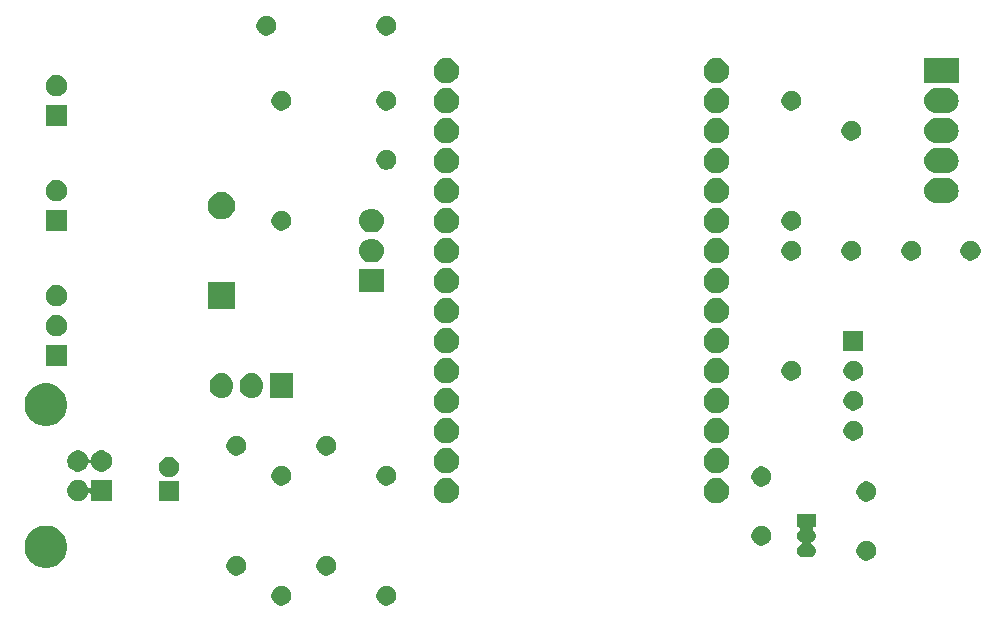
<source format=gbr>
G04 #@! TF.GenerationSoftware,KiCad,Pcbnew,(5.1.5)-3*
G04 #@! TF.CreationDate,2020-02-18T19:29:17+02:00*
G04 #@! TF.ProjectId,floraable,666c6f72-6161-4626-9c65-2e6b69636164,rev?*
G04 #@! TF.SameCoordinates,Original*
G04 #@! TF.FileFunction,Soldermask,Bot*
G04 #@! TF.FilePolarity,Negative*
%FSLAX46Y46*%
G04 Gerber Fmt 4.6, Leading zero omitted, Abs format (unit mm)*
G04 Created by KiCad (PCBNEW (5.1.5)-3) date 2020-02-18 19:29:17*
%MOMM*%
%LPD*%
G04 APERTURE LIST*
%ADD10C,0.100000*%
G04 APERTURE END LIST*
D10*
G36*
X139948228Y-116021703D02*
G01*
X140103100Y-116085853D01*
X140242481Y-116178985D01*
X140361015Y-116297519D01*
X140454147Y-116436900D01*
X140518297Y-116591772D01*
X140551000Y-116756184D01*
X140551000Y-116923816D01*
X140518297Y-117088228D01*
X140454147Y-117243100D01*
X140361015Y-117382481D01*
X140242481Y-117501015D01*
X140103100Y-117594147D01*
X139948228Y-117658297D01*
X139783816Y-117691000D01*
X139616184Y-117691000D01*
X139451772Y-117658297D01*
X139296900Y-117594147D01*
X139157519Y-117501015D01*
X139038985Y-117382481D01*
X138945853Y-117243100D01*
X138881703Y-117088228D01*
X138849000Y-116923816D01*
X138849000Y-116756184D01*
X138881703Y-116591772D01*
X138945853Y-116436900D01*
X139038985Y-116297519D01*
X139157519Y-116178985D01*
X139296900Y-116085853D01*
X139451772Y-116021703D01*
X139616184Y-115989000D01*
X139783816Y-115989000D01*
X139948228Y-116021703D01*
G37*
G36*
X131058228Y-116021703D02*
G01*
X131213100Y-116085853D01*
X131352481Y-116178985D01*
X131471015Y-116297519D01*
X131564147Y-116436900D01*
X131628297Y-116591772D01*
X131661000Y-116756184D01*
X131661000Y-116923816D01*
X131628297Y-117088228D01*
X131564147Y-117243100D01*
X131471015Y-117382481D01*
X131352481Y-117501015D01*
X131213100Y-117594147D01*
X131058228Y-117658297D01*
X130893816Y-117691000D01*
X130726184Y-117691000D01*
X130561772Y-117658297D01*
X130406900Y-117594147D01*
X130267519Y-117501015D01*
X130148985Y-117382481D01*
X130055853Y-117243100D01*
X129991703Y-117088228D01*
X129959000Y-116923816D01*
X129959000Y-116756184D01*
X129991703Y-116591772D01*
X130055853Y-116436900D01*
X130148985Y-116297519D01*
X130267519Y-116178985D01*
X130406900Y-116085853D01*
X130561772Y-116021703D01*
X130726184Y-115989000D01*
X130893816Y-115989000D01*
X131058228Y-116021703D01*
G37*
G36*
X134868228Y-113481703D02*
G01*
X135023100Y-113545853D01*
X135162481Y-113638985D01*
X135281015Y-113757519D01*
X135374147Y-113896900D01*
X135438297Y-114051772D01*
X135471000Y-114216184D01*
X135471000Y-114383816D01*
X135438297Y-114548228D01*
X135374147Y-114703100D01*
X135281015Y-114842481D01*
X135162481Y-114961015D01*
X135023100Y-115054147D01*
X134868228Y-115118297D01*
X134703816Y-115151000D01*
X134536184Y-115151000D01*
X134371772Y-115118297D01*
X134216900Y-115054147D01*
X134077519Y-114961015D01*
X133958985Y-114842481D01*
X133865853Y-114703100D01*
X133801703Y-114548228D01*
X133769000Y-114383816D01*
X133769000Y-114216184D01*
X133801703Y-114051772D01*
X133865853Y-113896900D01*
X133958985Y-113757519D01*
X134077519Y-113638985D01*
X134216900Y-113545853D01*
X134371772Y-113481703D01*
X134536184Y-113449000D01*
X134703816Y-113449000D01*
X134868228Y-113481703D01*
G37*
G36*
X127248228Y-113481703D02*
G01*
X127403100Y-113545853D01*
X127542481Y-113638985D01*
X127661015Y-113757519D01*
X127754147Y-113896900D01*
X127818297Y-114051772D01*
X127851000Y-114216184D01*
X127851000Y-114383816D01*
X127818297Y-114548228D01*
X127754147Y-114703100D01*
X127661015Y-114842481D01*
X127542481Y-114961015D01*
X127403100Y-115054147D01*
X127248228Y-115118297D01*
X127083816Y-115151000D01*
X126916184Y-115151000D01*
X126751772Y-115118297D01*
X126596900Y-115054147D01*
X126457519Y-114961015D01*
X126338985Y-114842481D01*
X126245853Y-114703100D01*
X126181703Y-114548228D01*
X126149000Y-114383816D01*
X126149000Y-114216184D01*
X126181703Y-114051772D01*
X126245853Y-113896900D01*
X126338985Y-113757519D01*
X126457519Y-113638985D01*
X126596900Y-113545853D01*
X126751772Y-113481703D01*
X126916184Y-113449000D01*
X127083816Y-113449000D01*
X127248228Y-113481703D01*
G37*
G36*
X111385331Y-110988211D02*
G01*
X111713092Y-111123974D01*
X112008070Y-111321072D01*
X112258928Y-111571930D01*
X112456026Y-111866908D01*
X112591789Y-112194669D01*
X112661000Y-112542616D01*
X112661000Y-112897384D01*
X112591789Y-113245331D01*
X112456026Y-113573092D01*
X112258928Y-113868070D01*
X112008070Y-114118928D01*
X111713092Y-114316026D01*
X111385331Y-114451789D01*
X111037384Y-114521000D01*
X110682616Y-114521000D01*
X110334669Y-114451789D01*
X110006908Y-114316026D01*
X109711930Y-114118928D01*
X109461072Y-113868070D01*
X109263974Y-113573092D01*
X109128211Y-113245331D01*
X109059000Y-112897384D01*
X109059000Y-112542616D01*
X109128211Y-112194669D01*
X109263974Y-111866908D01*
X109461072Y-111571930D01*
X109711930Y-111321072D01*
X110006908Y-111123974D01*
X110334669Y-110988211D01*
X110682616Y-110919000D01*
X111037384Y-110919000D01*
X111385331Y-110988211D01*
G37*
G36*
X180588228Y-112211703D02*
G01*
X180743100Y-112275853D01*
X180882481Y-112368985D01*
X181001015Y-112487519D01*
X181094147Y-112626900D01*
X181158297Y-112781772D01*
X181191000Y-112946184D01*
X181191000Y-113113816D01*
X181158297Y-113278228D01*
X181094147Y-113433100D01*
X181001015Y-113572481D01*
X180882481Y-113691015D01*
X180743100Y-113784147D01*
X180588228Y-113848297D01*
X180423816Y-113881000D01*
X180256184Y-113881000D01*
X180091772Y-113848297D01*
X179936900Y-113784147D01*
X179797519Y-113691015D01*
X179678985Y-113572481D01*
X179585853Y-113433100D01*
X179521703Y-113278228D01*
X179489000Y-113113816D01*
X179489000Y-112946184D01*
X179521703Y-112781772D01*
X179585853Y-112626900D01*
X179678985Y-112487519D01*
X179797519Y-112368985D01*
X179936900Y-112275853D01*
X180091772Y-112211703D01*
X180256184Y-112179000D01*
X180423816Y-112179000D01*
X180588228Y-112211703D01*
G37*
G36*
X176061000Y-111066000D02*
G01*
X175896660Y-111066000D01*
X175872274Y-111068402D01*
X175848825Y-111075515D01*
X175827214Y-111087066D01*
X175808272Y-111102611D01*
X175792727Y-111121553D01*
X175781176Y-111143164D01*
X175774063Y-111166613D01*
X175771661Y-111190999D01*
X175774063Y-111215385D01*
X175781176Y-111238834D01*
X175792727Y-111260445D01*
X175808272Y-111279387D01*
X175817345Y-111287609D01*
X175894264Y-111350736D01*
X175966244Y-111438443D01*
X176000429Y-111502399D01*
X176019728Y-111538505D01*
X176019729Y-111538508D01*
X176052666Y-111647084D01*
X176063787Y-111760000D01*
X176052666Y-111872916D01*
X176019729Y-111981492D01*
X176019728Y-111981495D01*
X176005439Y-112008228D01*
X175966244Y-112081557D01*
X175894264Y-112169264D01*
X175806557Y-112241244D01*
X175741807Y-112275853D01*
X175725141Y-112284761D01*
X175704766Y-112298375D01*
X175687439Y-112315702D01*
X175673826Y-112336076D01*
X175664448Y-112358715D01*
X175659668Y-112382748D01*
X175659668Y-112407252D01*
X175664448Y-112431285D01*
X175673826Y-112453924D01*
X175687440Y-112474299D01*
X175704767Y-112491626D01*
X175725141Y-112505239D01*
X175806557Y-112548756D01*
X175894264Y-112620736D01*
X175966244Y-112708443D01*
X176000429Y-112772399D01*
X176019728Y-112808505D01*
X176019729Y-112808508D01*
X176052666Y-112917084D01*
X176063787Y-113030000D01*
X176052666Y-113142916D01*
X176019729Y-113251492D01*
X176019728Y-113251495D01*
X176005439Y-113278228D01*
X175966244Y-113351557D01*
X175894264Y-113439264D01*
X175806557Y-113511244D01*
X175742601Y-113545429D01*
X175706495Y-113564728D01*
X175706492Y-113564729D01*
X175597916Y-113597666D01*
X175513298Y-113606000D01*
X175006702Y-113606000D01*
X174922084Y-113597666D01*
X174813508Y-113564729D01*
X174813505Y-113564728D01*
X174777399Y-113545429D01*
X174713443Y-113511244D01*
X174625736Y-113439264D01*
X174553756Y-113351557D01*
X174514561Y-113278228D01*
X174500272Y-113251495D01*
X174500271Y-113251492D01*
X174467334Y-113142916D01*
X174456213Y-113030000D01*
X174467334Y-112917084D01*
X174500271Y-112808508D01*
X174500272Y-112808505D01*
X174519571Y-112772399D01*
X174553756Y-112708443D01*
X174625736Y-112620736D01*
X174713443Y-112548756D01*
X174794859Y-112505239D01*
X174815234Y-112491625D01*
X174832561Y-112474298D01*
X174846174Y-112453924D01*
X174855552Y-112431285D01*
X174860332Y-112407252D01*
X174860332Y-112382748D01*
X174855552Y-112358715D01*
X174846174Y-112336076D01*
X174832560Y-112315701D01*
X174815233Y-112298374D01*
X174794859Y-112284761D01*
X174778193Y-112275853D01*
X174713443Y-112241244D01*
X174625736Y-112169264D01*
X174553756Y-112081557D01*
X174514561Y-112008228D01*
X174500272Y-111981495D01*
X174500271Y-111981492D01*
X174467334Y-111872916D01*
X174456213Y-111760000D01*
X174467334Y-111647084D01*
X174500271Y-111538508D01*
X174500272Y-111538505D01*
X174519571Y-111502399D01*
X174553756Y-111438443D01*
X174625736Y-111350736D01*
X174702646Y-111287617D01*
X174719965Y-111270298D01*
X174733579Y-111249923D01*
X174742957Y-111227284D01*
X174747737Y-111203251D01*
X174747737Y-111178747D01*
X174742957Y-111154714D01*
X174733579Y-111132075D01*
X174719966Y-111111701D01*
X174702639Y-111094374D01*
X174682264Y-111080760D01*
X174659625Y-111071382D01*
X174635592Y-111066602D01*
X174623340Y-111066000D01*
X174459000Y-111066000D01*
X174459000Y-109914000D01*
X176061000Y-109914000D01*
X176061000Y-111066000D01*
G37*
G36*
X171698228Y-110941703D02*
G01*
X171853100Y-111005853D01*
X171992481Y-111098985D01*
X172111015Y-111217519D01*
X172204147Y-111356900D01*
X172268297Y-111511772D01*
X172301000Y-111676184D01*
X172301000Y-111843816D01*
X172268297Y-112008228D01*
X172204147Y-112163100D01*
X172111015Y-112302481D01*
X171992481Y-112421015D01*
X171853100Y-112514147D01*
X171698228Y-112578297D01*
X171533816Y-112611000D01*
X171366184Y-112611000D01*
X171201772Y-112578297D01*
X171046900Y-112514147D01*
X170907519Y-112421015D01*
X170788985Y-112302481D01*
X170695853Y-112163100D01*
X170631703Y-112008228D01*
X170599000Y-111843816D01*
X170599000Y-111676184D01*
X170631703Y-111511772D01*
X170695853Y-111356900D01*
X170788985Y-111217519D01*
X170907519Y-111098985D01*
X171046900Y-111005853D01*
X171201772Y-110941703D01*
X171366184Y-110909000D01*
X171533816Y-110909000D01*
X171698228Y-110941703D01*
G37*
G36*
X145091174Y-106924196D02*
G01*
X145285318Y-107004613D01*
X145460045Y-107121362D01*
X145608638Y-107269955D01*
X145725387Y-107444682D01*
X145805804Y-107638826D01*
X145846800Y-107844928D01*
X145846800Y-108055072D01*
X145805804Y-108261174D01*
X145725387Y-108455318D01*
X145608638Y-108630045D01*
X145460045Y-108778638D01*
X145285318Y-108895387D01*
X145091174Y-108975804D01*
X144885072Y-109016800D01*
X144674928Y-109016800D01*
X144468826Y-108975804D01*
X144274682Y-108895387D01*
X144099955Y-108778638D01*
X143951362Y-108630045D01*
X143834613Y-108455318D01*
X143754196Y-108261174D01*
X143713200Y-108055072D01*
X143713200Y-107844928D01*
X143754196Y-107638826D01*
X143834613Y-107444682D01*
X143951362Y-107269955D01*
X144099955Y-107121362D01*
X144274682Y-107004613D01*
X144468826Y-106924196D01*
X144674928Y-106883200D01*
X144885072Y-106883200D01*
X145091174Y-106924196D01*
G37*
G36*
X167951174Y-106924196D02*
G01*
X168145318Y-107004613D01*
X168320045Y-107121362D01*
X168468638Y-107269955D01*
X168585387Y-107444682D01*
X168665804Y-107638826D01*
X168706800Y-107844928D01*
X168706800Y-108055072D01*
X168665804Y-108261174D01*
X168585387Y-108455318D01*
X168468638Y-108630045D01*
X168320045Y-108778638D01*
X168145318Y-108895387D01*
X167951174Y-108975804D01*
X167745072Y-109016800D01*
X167534928Y-109016800D01*
X167328826Y-108975804D01*
X167134682Y-108895387D01*
X166959955Y-108778638D01*
X166811362Y-108630045D01*
X166694613Y-108455318D01*
X166614196Y-108261174D01*
X166573200Y-108055072D01*
X166573200Y-107844928D01*
X166614196Y-107638826D01*
X166694613Y-107444682D01*
X166811362Y-107269955D01*
X166959955Y-107121362D01*
X167134682Y-107004613D01*
X167328826Y-106924196D01*
X167534928Y-106883200D01*
X167745072Y-106883200D01*
X167951174Y-106924196D01*
G37*
G36*
X180588228Y-107211703D02*
G01*
X180743100Y-107275853D01*
X180882481Y-107368985D01*
X181001015Y-107487519D01*
X181094147Y-107626900D01*
X181158297Y-107781772D01*
X181191000Y-107946184D01*
X181191000Y-108113816D01*
X181158297Y-108278228D01*
X181094147Y-108433100D01*
X181001015Y-108572481D01*
X180882481Y-108691015D01*
X180743100Y-108784147D01*
X180588228Y-108848297D01*
X180423816Y-108881000D01*
X180256184Y-108881000D01*
X180091772Y-108848297D01*
X179936900Y-108784147D01*
X179797519Y-108691015D01*
X179678985Y-108572481D01*
X179585853Y-108433100D01*
X179521703Y-108278228D01*
X179489000Y-108113816D01*
X179489000Y-107946184D01*
X179521703Y-107781772D01*
X179585853Y-107626900D01*
X179678985Y-107487519D01*
X179797519Y-107368985D01*
X179936900Y-107275853D01*
X180091772Y-107211703D01*
X180256184Y-107179000D01*
X180423816Y-107179000D01*
X180588228Y-107211703D01*
G37*
G36*
X113683512Y-107053927D02*
G01*
X113832812Y-107083624D01*
X113996784Y-107151544D01*
X114144354Y-107250147D01*
X114269853Y-107375646D01*
X114368456Y-107523216D01*
X114428523Y-107668229D01*
X114440068Y-107689829D01*
X114455613Y-107708771D01*
X114474555Y-107724316D01*
X114496166Y-107735867D01*
X114519615Y-107742980D01*
X114544001Y-107745382D01*
X114568387Y-107742980D01*
X114591836Y-107735867D01*
X114613447Y-107724316D01*
X114632389Y-107708771D01*
X114647934Y-107689829D01*
X114659485Y-107668218D01*
X114666598Y-107644769D01*
X114669000Y-107620383D01*
X114669000Y-107049000D01*
X116471000Y-107049000D01*
X116471000Y-108851000D01*
X114669000Y-108851000D01*
X114669000Y-108279617D01*
X114666598Y-108255231D01*
X114659485Y-108231782D01*
X114647934Y-108210171D01*
X114632389Y-108191229D01*
X114613447Y-108175684D01*
X114591836Y-108164133D01*
X114568387Y-108157020D01*
X114544001Y-108154618D01*
X114519615Y-108157020D01*
X114496166Y-108164133D01*
X114474555Y-108175684D01*
X114455613Y-108191229D01*
X114440068Y-108210171D01*
X114428523Y-108231771D01*
X114368456Y-108376784D01*
X114269853Y-108524354D01*
X114144354Y-108649853D01*
X113996784Y-108748456D01*
X113832812Y-108816376D01*
X113683512Y-108846073D01*
X113658742Y-108851000D01*
X113481258Y-108851000D01*
X113456488Y-108846073D01*
X113307188Y-108816376D01*
X113143216Y-108748456D01*
X112995646Y-108649853D01*
X112870147Y-108524354D01*
X112771544Y-108376784D01*
X112703624Y-108212812D01*
X112669000Y-108038741D01*
X112669000Y-107861259D01*
X112703624Y-107687188D01*
X112771544Y-107523216D01*
X112870147Y-107375646D01*
X112995646Y-107250147D01*
X113143216Y-107151544D01*
X113307188Y-107083624D01*
X113456488Y-107053927D01*
X113481258Y-107049000D01*
X113658742Y-107049000D01*
X113683512Y-107053927D01*
G37*
G36*
X122136000Y-108801000D02*
G01*
X120434000Y-108801000D01*
X120434000Y-107099000D01*
X122136000Y-107099000D01*
X122136000Y-108801000D01*
G37*
G36*
X171698228Y-105941703D02*
G01*
X171853100Y-106005853D01*
X171992481Y-106098985D01*
X172111015Y-106217519D01*
X172204147Y-106356900D01*
X172268297Y-106511772D01*
X172301000Y-106676184D01*
X172301000Y-106843816D01*
X172268297Y-107008228D01*
X172204147Y-107163100D01*
X172111015Y-107302481D01*
X171992481Y-107421015D01*
X171853100Y-107514147D01*
X171698228Y-107578297D01*
X171533816Y-107611000D01*
X171366184Y-107611000D01*
X171201772Y-107578297D01*
X171046900Y-107514147D01*
X170907519Y-107421015D01*
X170788985Y-107302481D01*
X170695853Y-107163100D01*
X170631703Y-107008228D01*
X170599000Y-106843816D01*
X170599000Y-106676184D01*
X170631703Y-106511772D01*
X170695853Y-106356900D01*
X170788985Y-106217519D01*
X170907519Y-106098985D01*
X171046900Y-106005853D01*
X171201772Y-105941703D01*
X171366184Y-105909000D01*
X171533816Y-105909000D01*
X171698228Y-105941703D01*
G37*
G36*
X131058228Y-105861703D02*
G01*
X131213100Y-105925853D01*
X131352481Y-106018985D01*
X131471015Y-106137519D01*
X131564147Y-106276900D01*
X131628297Y-106431772D01*
X131661000Y-106596184D01*
X131661000Y-106763816D01*
X131628297Y-106928228D01*
X131564147Y-107083100D01*
X131471015Y-107222481D01*
X131352481Y-107341015D01*
X131213100Y-107434147D01*
X131058228Y-107498297D01*
X130893816Y-107531000D01*
X130726184Y-107531000D01*
X130561772Y-107498297D01*
X130406900Y-107434147D01*
X130267519Y-107341015D01*
X130148985Y-107222481D01*
X130055853Y-107083100D01*
X129991703Y-106928228D01*
X129959000Y-106763816D01*
X129959000Y-106596184D01*
X129991703Y-106431772D01*
X130055853Y-106276900D01*
X130148985Y-106137519D01*
X130267519Y-106018985D01*
X130406900Y-105925853D01*
X130561772Y-105861703D01*
X130726184Y-105829000D01*
X130893816Y-105829000D01*
X131058228Y-105861703D01*
G37*
G36*
X139948228Y-105861703D02*
G01*
X140103100Y-105925853D01*
X140242481Y-106018985D01*
X140361015Y-106137519D01*
X140454147Y-106276900D01*
X140518297Y-106431772D01*
X140551000Y-106596184D01*
X140551000Y-106763816D01*
X140518297Y-106928228D01*
X140454147Y-107083100D01*
X140361015Y-107222481D01*
X140242481Y-107341015D01*
X140103100Y-107434147D01*
X139948228Y-107498297D01*
X139783816Y-107531000D01*
X139616184Y-107531000D01*
X139451772Y-107498297D01*
X139296900Y-107434147D01*
X139157519Y-107341015D01*
X139038985Y-107222481D01*
X138945853Y-107083100D01*
X138881703Y-106928228D01*
X138849000Y-106763816D01*
X138849000Y-106596184D01*
X138881703Y-106431772D01*
X138945853Y-106276900D01*
X139038985Y-106137519D01*
X139157519Y-106018985D01*
X139296900Y-105925853D01*
X139451772Y-105861703D01*
X139616184Y-105829000D01*
X139783816Y-105829000D01*
X139948228Y-105861703D01*
G37*
G36*
X121533228Y-105131703D02*
G01*
X121688100Y-105195853D01*
X121827481Y-105288985D01*
X121946015Y-105407519D01*
X122039147Y-105546900D01*
X122103297Y-105701772D01*
X122136000Y-105866184D01*
X122136000Y-106033816D01*
X122103297Y-106198228D01*
X122039147Y-106353100D01*
X121946015Y-106492481D01*
X121827481Y-106611015D01*
X121688100Y-106704147D01*
X121533228Y-106768297D01*
X121368816Y-106801000D01*
X121201184Y-106801000D01*
X121036772Y-106768297D01*
X120881900Y-106704147D01*
X120742519Y-106611015D01*
X120623985Y-106492481D01*
X120530853Y-106353100D01*
X120466703Y-106198228D01*
X120434000Y-106033816D01*
X120434000Y-105866184D01*
X120466703Y-105701772D01*
X120530853Y-105546900D01*
X120623985Y-105407519D01*
X120742519Y-105288985D01*
X120881900Y-105195853D01*
X121036772Y-105131703D01*
X121201184Y-105099000D01*
X121368816Y-105099000D01*
X121533228Y-105131703D01*
G37*
G36*
X167951174Y-104384196D02*
G01*
X168145318Y-104464613D01*
X168320045Y-104581362D01*
X168468638Y-104729955D01*
X168585387Y-104904682D01*
X168665804Y-105098826D01*
X168706800Y-105304928D01*
X168706800Y-105515072D01*
X168665804Y-105721174D01*
X168585387Y-105915318D01*
X168468638Y-106090045D01*
X168320045Y-106238638D01*
X168145318Y-106355387D01*
X167951174Y-106435804D01*
X167745072Y-106476800D01*
X167534928Y-106476800D01*
X167328826Y-106435804D01*
X167134682Y-106355387D01*
X166959955Y-106238638D01*
X166811362Y-106090045D01*
X166694613Y-105915318D01*
X166614196Y-105721174D01*
X166573200Y-105515072D01*
X166573200Y-105304928D01*
X166614196Y-105098826D01*
X166694613Y-104904682D01*
X166811362Y-104729955D01*
X166959955Y-104581362D01*
X167134682Y-104464613D01*
X167328826Y-104384196D01*
X167534928Y-104343200D01*
X167745072Y-104343200D01*
X167951174Y-104384196D01*
G37*
G36*
X145091174Y-104384196D02*
G01*
X145285318Y-104464613D01*
X145460045Y-104581362D01*
X145608638Y-104729955D01*
X145725387Y-104904682D01*
X145805804Y-105098826D01*
X145846800Y-105304928D01*
X145846800Y-105515072D01*
X145805804Y-105721174D01*
X145725387Y-105915318D01*
X145608638Y-106090045D01*
X145460045Y-106238638D01*
X145285318Y-106355387D01*
X145091174Y-106435804D01*
X144885072Y-106476800D01*
X144674928Y-106476800D01*
X144468826Y-106435804D01*
X144274682Y-106355387D01*
X144099955Y-106238638D01*
X143951362Y-106090045D01*
X143834613Y-105915318D01*
X143754196Y-105721174D01*
X143713200Y-105515072D01*
X143713200Y-105304928D01*
X143754196Y-105098826D01*
X143834613Y-104904682D01*
X143951362Y-104729955D01*
X144099955Y-104581362D01*
X144274682Y-104464613D01*
X144468826Y-104384196D01*
X144674928Y-104343200D01*
X144885072Y-104343200D01*
X145091174Y-104384196D01*
G37*
G36*
X113683512Y-104553927D02*
G01*
X113832812Y-104583624D01*
X113996784Y-104651544D01*
X114144354Y-104750147D01*
X114269853Y-104875646D01*
X114368456Y-105023216D01*
X114436376Y-105187188D01*
X114447405Y-105242638D01*
X114454516Y-105266078D01*
X114466067Y-105287689D01*
X114481613Y-105306631D01*
X114500555Y-105322176D01*
X114522165Y-105333727D01*
X114545614Y-105340840D01*
X114570000Y-105343242D01*
X114594387Y-105340840D01*
X114617835Y-105333727D01*
X114639446Y-105322176D01*
X114658388Y-105306630D01*
X114673933Y-105287688D01*
X114685484Y-105266078D01*
X114692595Y-105242638D01*
X114703624Y-105187188D01*
X114771544Y-105023216D01*
X114870147Y-104875646D01*
X114995646Y-104750147D01*
X115143216Y-104651544D01*
X115307188Y-104583624D01*
X115456488Y-104553927D01*
X115481258Y-104549000D01*
X115658742Y-104549000D01*
X115683512Y-104553927D01*
X115832812Y-104583624D01*
X115996784Y-104651544D01*
X116144354Y-104750147D01*
X116269853Y-104875646D01*
X116368456Y-105023216D01*
X116436376Y-105187188D01*
X116471000Y-105361259D01*
X116471000Y-105538741D01*
X116436376Y-105712812D01*
X116368456Y-105876784D01*
X116269853Y-106024354D01*
X116144354Y-106149853D01*
X115996784Y-106248456D01*
X115832812Y-106316376D01*
X115683512Y-106346073D01*
X115658742Y-106351000D01*
X115481258Y-106351000D01*
X115456488Y-106346073D01*
X115307188Y-106316376D01*
X115143216Y-106248456D01*
X114995646Y-106149853D01*
X114870147Y-106024354D01*
X114771544Y-105876784D01*
X114703624Y-105712812D01*
X114692595Y-105657362D01*
X114685484Y-105633922D01*
X114673933Y-105612311D01*
X114658387Y-105593369D01*
X114639445Y-105577824D01*
X114617835Y-105566273D01*
X114594386Y-105559160D01*
X114570000Y-105556758D01*
X114545613Y-105559160D01*
X114522165Y-105566273D01*
X114500554Y-105577824D01*
X114481612Y-105593370D01*
X114466067Y-105612312D01*
X114454516Y-105633922D01*
X114447405Y-105657362D01*
X114436376Y-105712812D01*
X114368456Y-105876784D01*
X114269853Y-106024354D01*
X114144354Y-106149853D01*
X113996784Y-106248456D01*
X113832812Y-106316376D01*
X113683512Y-106346073D01*
X113658742Y-106351000D01*
X113481258Y-106351000D01*
X113456488Y-106346073D01*
X113307188Y-106316376D01*
X113143216Y-106248456D01*
X112995646Y-106149853D01*
X112870147Y-106024354D01*
X112771544Y-105876784D01*
X112703624Y-105712812D01*
X112669000Y-105538741D01*
X112669000Y-105361259D01*
X112703624Y-105187188D01*
X112771544Y-105023216D01*
X112870147Y-104875646D01*
X112995646Y-104750147D01*
X113143216Y-104651544D01*
X113307188Y-104583624D01*
X113456488Y-104553927D01*
X113481258Y-104549000D01*
X113658742Y-104549000D01*
X113683512Y-104553927D01*
G37*
G36*
X134868228Y-103321703D02*
G01*
X135023100Y-103385853D01*
X135162481Y-103478985D01*
X135281015Y-103597519D01*
X135374147Y-103736900D01*
X135438297Y-103891772D01*
X135471000Y-104056184D01*
X135471000Y-104223816D01*
X135438297Y-104388228D01*
X135374147Y-104543100D01*
X135281015Y-104682481D01*
X135162481Y-104801015D01*
X135023100Y-104894147D01*
X134868228Y-104958297D01*
X134703816Y-104991000D01*
X134536184Y-104991000D01*
X134371772Y-104958297D01*
X134216900Y-104894147D01*
X134077519Y-104801015D01*
X133958985Y-104682481D01*
X133865853Y-104543100D01*
X133801703Y-104388228D01*
X133769000Y-104223816D01*
X133769000Y-104056184D01*
X133801703Y-103891772D01*
X133865853Y-103736900D01*
X133958985Y-103597519D01*
X134077519Y-103478985D01*
X134216900Y-103385853D01*
X134371772Y-103321703D01*
X134536184Y-103289000D01*
X134703816Y-103289000D01*
X134868228Y-103321703D01*
G37*
G36*
X127248228Y-103321703D02*
G01*
X127403100Y-103385853D01*
X127542481Y-103478985D01*
X127661015Y-103597519D01*
X127754147Y-103736900D01*
X127818297Y-103891772D01*
X127851000Y-104056184D01*
X127851000Y-104223816D01*
X127818297Y-104388228D01*
X127754147Y-104543100D01*
X127661015Y-104682481D01*
X127542481Y-104801015D01*
X127403100Y-104894147D01*
X127248228Y-104958297D01*
X127083816Y-104991000D01*
X126916184Y-104991000D01*
X126751772Y-104958297D01*
X126596900Y-104894147D01*
X126457519Y-104801015D01*
X126338985Y-104682481D01*
X126245853Y-104543100D01*
X126181703Y-104388228D01*
X126149000Y-104223816D01*
X126149000Y-104056184D01*
X126181703Y-103891772D01*
X126245853Y-103736900D01*
X126338985Y-103597519D01*
X126457519Y-103478985D01*
X126596900Y-103385853D01*
X126751772Y-103321703D01*
X126916184Y-103289000D01*
X127083816Y-103289000D01*
X127248228Y-103321703D01*
G37*
G36*
X145091174Y-101844196D02*
G01*
X145285318Y-101924613D01*
X145460045Y-102041362D01*
X145608638Y-102189955D01*
X145725387Y-102364682D01*
X145805804Y-102558826D01*
X145846800Y-102764928D01*
X145846800Y-102975072D01*
X145805804Y-103181174D01*
X145725387Y-103375318D01*
X145608638Y-103550045D01*
X145460045Y-103698638D01*
X145285318Y-103815387D01*
X145091174Y-103895804D01*
X144885072Y-103936800D01*
X144674928Y-103936800D01*
X144468826Y-103895804D01*
X144274682Y-103815387D01*
X144099955Y-103698638D01*
X143951362Y-103550045D01*
X143834613Y-103375318D01*
X143754196Y-103181174D01*
X143713200Y-102975072D01*
X143713200Y-102764928D01*
X143754196Y-102558826D01*
X143834613Y-102364682D01*
X143951362Y-102189955D01*
X144099955Y-102041362D01*
X144274682Y-101924613D01*
X144468826Y-101844196D01*
X144674928Y-101803200D01*
X144885072Y-101803200D01*
X145091174Y-101844196D01*
G37*
G36*
X167951174Y-101844196D02*
G01*
X168145318Y-101924613D01*
X168320045Y-102041362D01*
X168468638Y-102189955D01*
X168585387Y-102364682D01*
X168665804Y-102558826D01*
X168706800Y-102764928D01*
X168706800Y-102975072D01*
X168665804Y-103181174D01*
X168585387Y-103375318D01*
X168468638Y-103550045D01*
X168320045Y-103698638D01*
X168145318Y-103815387D01*
X167951174Y-103895804D01*
X167745072Y-103936800D01*
X167534928Y-103936800D01*
X167328826Y-103895804D01*
X167134682Y-103815387D01*
X166959955Y-103698638D01*
X166811362Y-103550045D01*
X166694613Y-103375318D01*
X166614196Y-103181174D01*
X166573200Y-102975072D01*
X166573200Y-102764928D01*
X166614196Y-102558826D01*
X166694613Y-102364682D01*
X166811362Y-102189955D01*
X166959955Y-102041362D01*
X167134682Y-101924613D01*
X167328826Y-101844196D01*
X167534928Y-101803200D01*
X167745072Y-101803200D01*
X167951174Y-101844196D01*
G37*
G36*
X179488228Y-102051703D02*
G01*
X179643100Y-102115853D01*
X179782481Y-102208985D01*
X179901015Y-102327519D01*
X179994147Y-102466900D01*
X180058297Y-102621772D01*
X180091000Y-102786184D01*
X180091000Y-102953816D01*
X180058297Y-103118228D01*
X179994147Y-103273100D01*
X179901015Y-103412481D01*
X179782481Y-103531015D01*
X179643100Y-103624147D01*
X179488228Y-103688297D01*
X179323816Y-103721000D01*
X179156184Y-103721000D01*
X178991772Y-103688297D01*
X178836900Y-103624147D01*
X178697519Y-103531015D01*
X178578985Y-103412481D01*
X178485853Y-103273100D01*
X178421703Y-103118228D01*
X178389000Y-102953816D01*
X178389000Y-102786184D01*
X178421703Y-102621772D01*
X178485853Y-102466900D01*
X178578985Y-102327519D01*
X178697519Y-102208985D01*
X178836900Y-102115853D01*
X178991772Y-102051703D01*
X179156184Y-102019000D01*
X179323816Y-102019000D01*
X179488228Y-102051703D01*
G37*
G36*
X111385331Y-98948211D02*
G01*
X111713092Y-99083974D01*
X112008070Y-99281072D01*
X112258928Y-99531930D01*
X112456026Y-99826908D01*
X112591789Y-100154669D01*
X112661000Y-100502616D01*
X112661000Y-100857384D01*
X112591789Y-101205331D01*
X112456026Y-101533092D01*
X112258928Y-101828070D01*
X112008070Y-102078928D01*
X111713092Y-102276026D01*
X111385331Y-102411789D01*
X111037384Y-102481000D01*
X110682616Y-102481000D01*
X110334669Y-102411789D01*
X110006908Y-102276026D01*
X109711930Y-102078928D01*
X109461072Y-101828070D01*
X109263974Y-101533092D01*
X109128211Y-101205331D01*
X109059000Y-100857384D01*
X109059000Y-100502616D01*
X109128211Y-100154669D01*
X109263974Y-99826908D01*
X109461072Y-99531930D01*
X109711930Y-99281072D01*
X110006908Y-99083974D01*
X110334669Y-98948211D01*
X110682616Y-98879000D01*
X111037384Y-98879000D01*
X111385331Y-98948211D01*
G37*
G36*
X145091174Y-99304196D02*
G01*
X145285318Y-99384613D01*
X145460045Y-99501362D01*
X145608638Y-99649955D01*
X145725387Y-99824682D01*
X145805804Y-100018826D01*
X145846800Y-100224928D01*
X145846800Y-100435072D01*
X145805804Y-100641174D01*
X145725387Y-100835318D01*
X145608638Y-101010045D01*
X145460045Y-101158638D01*
X145285318Y-101275387D01*
X145091174Y-101355804D01*
X144885072Y-101396800D01*
X144674928Y-101396800D01*
X144468826Y-101355804D01*
X144274682Y-101275387D01*
X144099955Y-101158638D01*
X143951362Y-101010045D01*
X143834613Y-100835318D01*
X143754196Y-100641174D01*
X143713200Y-100435072D01*
X143713200Y-100224928D01*
X143754196Y-100018826D01*
X143834613Y-99824682D01*
X143951362Y-99649955D01*
X144099955Y-99501362D01*
X144274682Y-99384613D01*
X144468826Y-99304196D01*
X144674928Y-99263200D01*
X144885072Y-99263200D01*
X145091174Y-99304196D01*
G37*
G36*
X167951174Y-99304196D02*
G01*
X168145318Y-99384613D01*
X168320045Y-99501362D01*
X168468638Y-99649955D01*
X168585387Y-99824682D01*
X168665804Y-100018826D01*
X168706800Y-100224928D01*
X168706800Y-100435072D01*
X168665804Y-100641174D01*
X168585387Y-100835318D01*
X168468638Y-101010045D01*
X168320045Y-101158638D01*
X168145318Y-101275387D01*
X167951174Y-101355804D01*
X167745072Y-101396800D01*
X167534928Y-101396800D01*
X167328826Y-101355804D01*
X167134682Y-101275387D01*
X166959955Y-101158638D01*
X166811362Y-101010045D01*
X166694613Y-100835318D01*
X166614196Y-100641174D01*
X166573200Y-100435072D01*
X166573200Y-100224928D01*
X166614196Y-100018826D01*
X166694613Y-99824682D01*
X166811362Y-99649955D01*
X166959955Y-99501362D01*
X167134682Y-99384613D01*
X167328826Y-99304196D01*
X167534928Y-99263200D01*
X167745072Y-99263200D01*
X167951174Y-99304196D01*
G37*
G36*
X179488228Y-99511703D02*
G01*
X179643100Y-99575853D01*
X179782481Y-99668985D01*
X179901015Y-99787519D01*
X179994147Y-99926900D01*
X180058297Y-100081772D01*
X180091000Y-100246184D01*
X180091000Y-100413816D01*
X180058297Y-100578228D01*
X179994147Y-100733100D01*
X179901015Y-100872481D01*
X179782481Y-100991015D01*
X179643100Y-101084147D01*
X179488228Y-101148297D01*
X179323816Y-101181000D01*
X179156184Y-101181000D01*
X178991772Y-101148297D01*
X178836900Y-101084147D01*
X178697519Y-100991015D01*
X178578985Y-100872481D01*
X178485853Y-100733100D01*
X178421703Y-100578228D01*
X178389000Y-100413816D01*
X178389000Y-100246184D01*
X178421703Y-100081772D01*
X178485853Y-99926900D01*
X178578985Y-99787519D01*
X178697519Y-99668985D01*
X178836900Y-99575853D01*
X178991772Y-99511703D01*
X179156184Y-99479000D01*
X179323816Y-99479000D01*
X179488228Y-99511703D01*
G37*
G36*
X125926720Y-98023520D02*
G01*
X126115881Y-98080901D01*
X126290212Y-98174083D01*
X126443015Y-98299485D01*
X126568417Y-98452288D01*
X126577908Y-98470045D01*
X126661598Y-98626617D01*
X126661599Y-98626620D01*
X126718980Y-98815781D01*
X126733500Y-98963207D01*
X126733500Y-99156794D01*
X126718980Y-99304220D01*
X126661599Y-99493381D01*
X126568417Y-99667712D01*
X126443015Y-99820515D01*
X126290212Y-99945917D01*
X126208333Y-99989682D01*
X126115883Y-100039098D01*
X126115880Y-100039099D01*
X125926719Y-100096480D01*
X125730000Y-100115855D01*
X125533280Y-100096480D01*
X125344119Y-100039099D01*
X125169788Y-99945917D01*
X125016985Y-99820515D01*
X124891583Y-99667712D01*
X124847818Y-99585833D01*
X124798402Y-99493383D01*
X124794039Y-99479000D01*
X124741020Y-99304219D01*
X124726500Y-99156793D01*
X124726500Y-98963206D01*
X124741020Y-98815780D01*
X124798401Y-98626619D01*
X124891583Y-98452288D01*
X125016985Y-98299485D01*
X125169788Y-98174083D01*
X125344120Y-98080901D01*
X125533281Y-98023520D01*
X125730000Y-98004145D01*
X125926720Y-98023520D01*
G37*
G36*
X128466720Y-98023520D02*
G01*
X128655881Y-98080901D01*
X128830212Y-98174083D01*
X128983015Y-98299485D01*
X129108417Y-98452288D01*
X129117908Y-98470045D01*
X129201598Y-98626617D01*
X129201599Y-98626620D01*
X129258980Y-98815781D01*
X129273500Y-98963207D01*
X129273500Y-99156794D01*
X129258980Y-99304220D01*
X129201599Y-99493381D01*
X129108417Y-99667712D01*
X128983015Y-99820515D01*
X128830212Y-99945917D01*
X128748333Y-99989682D01*
X128655883Y-100039098D01*
X128655880Y-100039099D01*
X128466719Y-100096480D01*
X128270000Y-100115855D01*
X128073280Y-100096480D01*
X127884119Y-100039099D01*
X127709788Y-99945917D01*
X127556985Y-99820515D01*
X127431583Y-99667712D01*
X127387818Y-99585833D01*
X127338402Y-99493383D01*
X127334039Y-99479000D01*
X127281020Y-99304219D01*
X127266500Y-99156793D01*
X127266500Y-98963206D01*
X127281020Y-98815780D01*
X127338401Y-98626619D01*
X127431583Y-98452288D01*
X127556985Y-98299485D01*
X127709788Y-98174083D01*
X127884120Y-98080901D01*
X128073281Y-98023520D01*
X128270000Y-98004145D01*
X128466720Y-98023520D01*
G37*
G36*
X131813500Y-100111000D02*
G01*
X129806500Y-100111000D01*
X129806500Y-98009000D01*
X131813500Y-98009000D01*
X131813500Y-100111000D01*
G37*
G36*
X145091174Y-96764196D02*
G01*
X145285318Y-96844613D01*
X145460045Y-96961362D01*
X145608638Y-97109955D01*
X145725387Y-97284682D01*
X145805804Y-97478826D01*
X145846800Y-97684928D01*
X145846800Y-97895072D01*
X145805804Y-98101174D01*
X145725387Y-98295318D01*
X145608638Y-98470045D01*
X145460045Y-98618638D01*
X145285318Y-98735387D01*
X145091174Y-98815804D01*
X144885072Y-98856800D01*
X144674928Y-98856800D01*
X144468826Y-98815804D01*
X144274682Y-98735387D01*
X144099955Y-98618638D01*
X143951362Y-98470045D01*
X143834613Y-98295318D01*
X143754196Y-98101174D01*
X143713200Y-97895072D01*
X143713200Y-97684928D01*
X143754196Y-97478826D01*
X143834613Y-97284682D01*
X143951362Y-97109955D01*
X144099955Y-96961362D01*
X144274682Y-96844613D01*
X144468826Y-96764196D01*
X144674928Y-96723200D01*
X144885072Y-96723200D01*
X145091174Y-96764196D01*
G37*
G36*
X167951174Y-96764196D02*
G01*
X168145318Y-96844613D01*
X168320045Y-96961362D01*
X168468638Y-97109955D01*
X168585387Y-97284682D01*
X168665804Y-97478826D01*
X168706800Y-97684928D01*
X168706800Y-97895072D01*
X168665804Y-98101174D01*
X168585387Y-98295318D01*
X168468638Y-98470045D01*
X168320045Y-98618638D01*
X168145318Y-98735387D01*
X167951174Y-98815804D01*
X167745072Y-98856800D01*
X167534928Y-98856800D01*
X167328826Y-98815804D01*
X167134682Y-98735387D01*
X166959955Y-98618638D01*
X166811362Y-98470045D01*
X166694613Y-98295318D01*
X166614196Y-98101174D01*
X166573200Y-97895072D01*
X166573200Y-97684928D01*
X166614196Y-97478826D01*
X166694613Y-97284682D01*
X166811362Y-97109955D01*
X166959955Y-96961362D01*
X167134682Y-96844613D01*
X167328826Y-96764196D01*
X167534928Y-96723200D01*
X167745072Y-96723200D01*
X167951174Y-96764196D01*
G37*
G36*
X179488228Y-96971703D02*
G01*
X179643100Y-97035853D01*
X179782481Y-97128985D01*
X179901015Y-97247519D01*
X179994147Y-97386900D01*
X180058297Y-97541772D01*
X180091000Y-97706184D01*
X180091000Y-97873816D01*
X180058297Y-98038228D01*
X179994147Y-98193100D01*
X179901015Y-98332481D01*
X179782481Y-98451015D01*
X179643100Y-98544147D01*
X179488228Y-98608297D01*
X179323816Y-98641000D01*
X179156184Y-98641000D01*
X178991772Y-98608297D01*
X178836900Y-98544147D01*
X178697519Y-98451015D01*
X178578985Y-98332481D01*
X178485853Y-98193100D01*
X178421703Y-98038228D01*
X178389000Y-97873816D01*
X178389000Y-97706184D01*
X178421703Y-97541772D01*
X178485853Y-97386900D01*
X178578985Y-97247519D01*
X178697519Y-97128985D01*
X178836900Y-97035853D01*
X178991772Y-96971703D01*
X179156184Y-96939000D01*
X179323816Y-96939000D01*
X179488228Y-96971703D01*
G37*
G36*
X174238228Y-96971703D02*
G01*
X174393100Y-97035853D01*
X174532481Y-97128985D01*
X174651015Y-97247519D01*
X174744147Y-97386900D01*
X174808297Y-97541772D01*
X174841000Y-97706184D01*
X174841000Y-97873816D01*
X174808297Y-98038228D01*
X174744147Y-98193100D01*
X174651015Y-98332481D01*
X174532481Y-98451015D01*
X174393100Y-98544147D01*
X174238228Y-98608297D01*
X174073816Y-98641000D01*
X173906184Y-98641000D01*
X173741772Y-98608297D01*
X173586900Y-98544147D01*
X173447519Y-98451015D01*
X173328985Y-98332481D01*
X173235853Y-98193100D01*
X173171703Y-98038228D01*
X173139000Y-97873816D01*
X173139000Y-97706184D01*
X173171703Y-97541772D01*
X173235853Y-97386900D01*
X173328985Y-97247519D01*
X173447519Y-97128985D01*
X173586900Y-97035853D01*
X173741772Y-96971703D01*
X173906184Y-96939000D01*
X174073816Y-96939000D01*
X174238228Y-96971703D01*
G37*
G36*
X112661000Y-97421000D02*
G01*
X110859000Y-97421000D01*
X110859000Y-95619000D01*
X112661000Y-95619000D01*
X112661000Y-97421000D01*
G37*
G36*
X167951174Y-94224196D02*
G01*
X168145318Y-94304613D01*
X168320045Y-94421362D01*
X168468638Y-94569955D01*
X168585387Y-94744682D01*
X168665804Y-94938826D01*
X168706800Y-95144928D01*
X168706800Y-95355072D01*
X168665804Y-95561174D01*
X168585387Y-95755318D01*
X168468638Y-95930045D01*
X168320045Y-96078638D01*
X168145318Y-96195387D01*
X167951174Y-96275804D01*
X167745072Y-96316800D01*
X167534928Y-96316800D01*
X167328826Y-96275804D01*
X167134682Y-96195387D01*
X166959955Y-96078638D01*
X166811362Y-95930045D01*
X166694613Y-95755318D01*
X166614196Y-95561174D01*
X166573200Y-95355072D01*
X166573200Y-95144928D01*
X166614196Y-94938826D01*
X166694613Y-94744682D01*
X166811362Y-94569955D01*
X166959955Y-94421362D01*
X167134682Y-94304613D01*
X167328826Y-94224196D01*
X167534928Y-94183200D01*
X167745072Y-94183200D01*
X167951174Y-94224196D01*
G37*
G36*
X145091174Y-94224196D02*
G01*
X145285318Y-94304613D01*
X145460045Y-94421362D01*
X145608638Y-94569955D01*
X145725387Y-94744682D01*
X145805804Y-94938826D01*
X145846800Y-95144928D01*
X145846800Y-95355072D01*
X145805804Y-95561174D01*
X145725387Y-95755318D01*
X145608638Y-95930045D01*
X145460045Y-96078638D01*
X145285318Y-96195387D01*
X145091174Y-96275804D01*
X144885072Y-96316800D01*
X144674928Y-96316800D01*
X144468826Y-96275804D01*
X144274682Y-96195387D01*
X144099955Y-96078638D01*
X143951362Y-95930045D01*
X143834613Y-95755318D01*
X143754196Y-95561174D01*
X143713200Y-95355072D01*
X143713200Y-95144928D01*
X143754196Y-94938826D01*
X143834613Y-94744682D01*
X143951362Y-94569955D01*
X144099955Y-94421362D01*
X144274682Y-94304613D01*
X144468826Y-94224196D01*
X144674928Y-94183200D01*
X144885072Y-94183200D01*
X145091174Y-94224196D01*
G37*
G36*
X180091000Y-96101000D02*
G01*
X178389000Y-96101000D01*
X178389000Y-94399000D01*
X180091000Y-94399000D01*
X180091000Y-96101000D01*
G37*
G36*
X111873512Y-93083927D02*
G01*
X112022812Y-93113624D01*
X112186784Y-93181544D01*
X112334354Y-93280147D01*
X112459853Y-93405646D01*
X112558456Y-93553216D01*
X112626376Y-93717188D01*
X112661000Y-93891259D01*
X112661000Y-94068741D01*
X112626376Y-94242812D01*
X112558456Y-94406784D01*
X112459853Y-94554354D01*
X112334354Y-94679853D01*
X112186784Y-94778456D01*
X112022812Y-94846376D01*
X111873512Y-94876073D01*
X111848742Y-94881000D01*
X111671258Y-94881000D01*
X111646488Y-94876073D01*
X111497188Y-94846376D01*
X111333216Y-94778456D01*
X111185646Y-94679853D01*
X111060147Y-94554354D01*
X110961544Y-94406784D01*
X110893624Y-94242812D01*
X110859000Y-94068741D01*
X110859000Y-93891259D01*
X110893624Y-93717188D01*
X110961544Y-93553216D01*
X111060147Y-93405646D01*
X111185646Y-93280147D01*
X111333216Y-93181544D01*
X111497188Y-93113624D01*
X111646488Y-93083927D01*
X111671258Y-93079000D01*
X111848742Y-93079000D01*
X111873512Y-93083927D01*
G37*
G36*
X167951174Y-91684196D02*
G01*
X168145318Y-91764613D01*
X168320045Y-91881362D01*
X168468638Y-92029955D01*
X168585387Y-92204682D01*
X168665804Y-92398826D01*
X168706800Y-92604928D01*
X168706800Y-92815072D01*
X168665804Y-93021174D01*
X168585387Y-93215318D01*
X168468638Y-93390045D01*
X168320045Y-93538638D01*
X168145318Y-93655387D01*
X167951174Y-93735804D01*
X167745072Y-93776800D01*
X167534928Y-93776800D01*
X167328826Y-93735804D01*
X167134682Y-93655387D01*
X166959955Y-93538638D01*
X166811362Y-93390045D01*
X166694613Y-93215318D01*
X166614196Y-93021174D01*
X166573200Y-92815072D01*
X166573200Y-92604928D01*
X166614196Y-92398826D01*
X166694613Y-92204682D01*
X166811362Y-92029955D01*
X166959955Y-91881362D01*
X167134682Y-91764613D01*
X167328826Y-91684196D01*
X167534928Y-91643200D01*
X167745072Y-91643200D01*
X167951174Y-91684196D01*
G37*
G36*
X145091174Y-91684196D02*
G01*
X145285318Y-91764613D01*
X145460045Y-91881362D01*
X145608638Y-92029955D01*
X145725387Y-92204682D01*
X145805804Y-92398826D01*
X145846800Y-92604928D01*
X145846800Y-92815072D01*
X145805804Y-93021174D01*
X145725387Y-93215318D01*
X145608638Y-93390045D01*
X145460045Y-93538638D01*
X145285318Y-93655387D01*
X145091174Y-93735804D01*
X144885072Y-93776800D01*
X144674928Y-93776800D01*
X144468826Y-93735804D01*
X144274682Y-93655387D01*
X144099955Y-93538638D01*
X143951362Y-93390045D01*
X143834613Y-93215318D01*
X143754196Y-93021174D01*
X143713200Y-92815072D01*
X143713200Y-92604928D01*
X143754196Y-92398826D01*
X143834613Y-92204682D01*
X143951362Y-92029955D01*
X144099955Y-91881362D01*
X144274682Y-91764613D01*
X144468826Y-91684196D01*
X144674928Y-91643200D01*
X144885072Y-91643200D01*
X145091174Y-91684196D01*
G37*
G36*
X126881000Y-92591000D02*
G01*
X124579000Y-92591000D01*
X124579000Y-90289000D01*
X126881000Y-90289000D01*
X126881000Y-92591000D01*
G37*
G36*
X111873512Y-90543927D02*
G01*
X112022812Y-90573624D01*
X112186784Y-90641544D01*
X112334354Y-90740147D01*
X112459853Y-90865646D01*
X112558456Y-91013216D01*
X112626376Y-91177188D01*
X112661000Y-91351259D01*
X112661000Y-91528741D01*
X112626376Y-91702812D01*
X112558456Y-91866784D01*
X112459853Y-92014354D01*
X112334354Y-92139853D01*
X112186784Y-92238456D01*
X112022812Y-92306376D01*
X111873512Y-92336073D01*
X111848742Y-92341000D01*
X111671258Y-92341000D01*
X111646488Y-92336073D01*
X111497188Y-92306376D01*
X111333216Y-92238456D01*
X111185646Y-92139853D01*
X111060147Y-92014354D01*
X110961544Y-91866784D01*
X110893624Y-91702812D01*
X110859000Y-91528741D01*
X110859000Y-91351259D01*
X110893624Y-91177188D01*
X110961544Y-91013216D01*
X111060147Y-90865646D01*
X111185646Y-90740147D01*
X111333216Y-90641544D01*
X111497188Y-90573624D01*
X111646488Y-90543927D01*
X111671258Y-90539000D01*
X111848742Y-90539000D01*
X111873512Y-90543927D01*
G37*
G36*
X167951174Y-89144196D02*
G01*
X168145318Y-89224613D01*
X168320045Y-89341362D01*
X168468638Y-89489955D01*
X168585387Y-89664682D01*
X168665804Y-89858826D01*
X168706800Y-90064928D01*
X168706800Y-90275072D01*
X168665804Y-90481174D01*
X168585387Y-90675318D01*
X168468638Y-90850045D01*
X168320045Y-90998638D01*
X168145318Y-91115387D01*
X167951174Y-91195804D01*
X167745072Y-91236800D01*
X167534928Y-91236800D01*
X167328826Y-91195804D01*
X167134682Y-91115387D01*
X166959955Y-90998638D01*
X166811362Y-90850045D01*
X166694613Y-90675318D01*
X166614196Y-90481174D01*
X166573200Y-90275072D01*
X166573200Y-90064928D01*
X166614196Y-89858826D01*
X166694613Y-89664682D01*
X166811362Y-89489955D01*
X166959955Y-89341362D01*
X167134682Y-89224613D01*
X167328826Y-89144196D01*
X167534928Y-89103200D01*
X167745072Y-89103200D01*
X167951174Y-89144196D01*
G37*
G36*
X145091174Y-89144196D02*
G01*
X145285318Y-89224613D01*
X145460045Y-89341362D01*
X145608638Y-89489955D01*
X145725387Y-89664682D01*
X145805804Y-89858826D01*
X145846800Y-90064928D01*
X145846800Y-90275072D01*
X145805804Y-90481174D01*
X145725387Y-90675318D01*
X145608638Y-90850045D01*
X145460045Y-90998638D01*
X145285318Y-91115387D01*
X145091174Y-91195804D01*
X144885072Y-91236800D01*
X144674928Y-91236800D01*
X144468826Y-91195804D01*
X144274682Y-91115387D01*
X144099955Y-90998638D01*
X143951362Y-90850045D01*
X143834613Y-90675318D01*
X143754196Y-90481174D01*
X143713200Y-90275072D01*
X143713200Y-90064928D01*
X143754196Y-89858826D01*
X143834613Y-89664682D01*
X143951362Y-89489955D01*
X144099955Y-89341362D01*
X144274682Y-89224613D01*
X144468826Y-89144196D01*
X144674928Y-89103200D01*
X144885072Y-89103200D01*
X145091174Y-89144196D01*
G37*
G36*
X139481000Y-91173500D02*
G01*
X137379000Y-91173500D01*
X137379000Y-89166500D01*
X139481000Y-89166500D01*
X139481000Y-91173500D01*
G37*
G36*
X167951174Y-86604196D02*
G01*
X168145318Y-86684613D01*
X168320045Y-86801362D01*
X168468638Y-86949955D01*
X168585387Y-87124682D01*
X168665804Y-87318826D01*
X168706800Y-87524928D01*
X168706800Y-87735072D01*
X168665804Y-87941174D01*
X168585387Y-88135318D01*
X168468638Y-88310045D01*
X168320045Y-88458638D01*
X168145318Y-88575387D01*
X167951174Y-88655804D01*
X167745072Y-88696800D01*
X167534928Y-88696800D01*
X167328826Y-88655804D01*
X167134682Y-88575387D01*
X166959955Y-88458638D01*
X166811362Y-88310045D01*
X166694613Y-88135318D01*
X166614196Y-87941174D01*
X166573200Y-87735072D01*
X166573200Y-87524928D01*
X166614196Y-87318826D01*
X166694613Y-87124682D01*
X166811362Y-86949955D01*
X166959955Y-86801362D01*
X167134682Y-86684613D01*
X167328826Y-86604196D01*
X167534928Y-86563200D01*
X167745072Y-86563200D01*
X167951174Y-86604196D01*
G37*
G36*
X145091174Y-86604196D02*
G01*
X145285318Y-86684613D01*
X145460045Y-86801362D01*
X145608638Y-86949955D01*
X145725387Y-87124682D01*
X145805804Y-87318826D01*
X145846800Y-87524928D01*
X145846800Y-87735072D01*
X145805804Y-87941174D01*
X145725387Y-88135318D01*
X145608638Y-88310045D01*
X145460045Y-88458638D01*
X145285318Y-88575387D01*
X145091174Y-88655804D01*
X144885072Y-88696800D01*
X144674928Y-88696800D01*
X144468826Y-88655804D01*
X144274682Y-88575387D01*
X144099955Y-88458638D01*
X143951362Y-88310045D01*
X143834613Y-88135318D01*
X143754196Y-87941174D01*
X143713200Y-87735072D01*
X143713200Y-87524928D01*
X143754196Y-87318826D01*
X143834613Y-87124682D01*
X143951362Y-86949955D01*
X144099955Y-86801362D01*
X144274682Y-86684613D01*
X144468826Y-86604196D01*
X144674928Y-86563200D01*
X144885072Y-86563200D01*
X145091174Y-86604196D01*
G37*
G36*
X138575936Y-86631340D02*
G01*
X138674220Y-86641020D01*
X138863381Y-86698401D01*
X139037712Y-86791583D01*
X139190515Y-86916985D01*
X139315917Y-87069788D01*
X139409099Y-87244119D01*
X139466480Y-87433280D01*
X139485855Y-87630000D01*
X139466480Y-87826720D01*
X139409099Y-88015881D01*
X139315917Y-88190212D01*
X139190515Y-88343015D01*
X139037712Y-88468417D01*
X138863381Y-88561599D01*
X138674220Y-88618980D01*
X138575936Y-88628660D01*
X138526795Y-88633500D01*
X138333205Y-88633500D01*
X138284064Y-88628660D01*
X138185780Y-88618980D01*
X137996619Y-88561599D01*
X137822288Y-88468417D01*
X137669485Y-88343015D01*
X137544083Y-88190212D01*
X137450901Y-88015881D01*
X137393520Y-87826720D01*
X137374145Y-87630000D01*
X137393520Y-87433280D01*
X137450901Y-87244119D01*
X137544083Y-87069788D01*
X137669485Y-86916985D01*
X137822288Y-86791583D01*
X137996619Y-86698401D01*
X138185780Y-86641020D01*
X138284064Y-86631340D01*
X138333205Y-86626500D01*
X138526795Y-86626500D01*
X138575936Y-86631340D01*
G37*
G36*
X174238228Y-86811703D02*
G01*
X174393100Y-86875853D01*
X174532481Y-86968985D01*
X174651015Y-87087519D01*
X174744147Y-87226900D01*
X174808297Y-87381772D01*
X174841000Y-87546184D01*
X174841000Y-87713816D01*
X174808297Y-87878228D01*
X174744147Y-88033100D01*
X174651015Y-88172481D01*
X174532481Y-88291015D01*
X174393100Y-88384147D01*
X174238228Y-88448297D01*
X174073816Y-88481000D01*
X173906184Y-88481000D01*
X173741772Y-88448297D01*
X173586900Y-88384147D01*
X173447519Y-88291015D01*
X173328985Y-88172481D01*
X173235853Y-88033100D01*
X173171703Y-87878228D01*
X173139000Y-87713816D01*
X173139000Y-87546184D01*
X173171703Y-87381772D01*
X173235853Y-87226900D01*
X173328985Y-87087519D01*
X173447519Y-86968985D01*
X173586900Y-86875853D01*
X173741772Y-86811703D01*
X173906184Y-86779000D01*
X174073816Y-86779000D01*
X174238228Y-86811703D01*
G37*
G36*
X184398228Y-86811703D02*
G01*
X184553100Y-86875853D01*
X184692481Y-86968985D01*
X184811015Y-87087519D01*
X184904147Y-87226900D01*
X184968297Y-87381772D01*
X185001000Y-87546184D01*
X185001000Y-87713816D01*
X184968297Y-87878228D01*
X184904147Y-88033100D01*
X184811015Y-88172481D01*
X184692481Y-88291015D01*
X184553100Y-88384147D01*
X184398228Y-88448297D01*
X184233816Y-88481000D01*
X184066184Y-88481000D01*
X183901772Y-88448297D01*
X183746900Y-88384147D01*
X183607519Y-88291015D01*
X183488985Y-88172481D01*
X183395853Y-88033100D01*
X183331703Y-87878228D01*
X183299000Y-87713816D01*
X183299000Y-87546184D01*
X183331703Y-87381772D01*
X183395853Y-87226900D01*
X183488985Y-87087519D01*
X183607519Y-86968985D01*
X183746900Y-86875853D01*
X183901772Y-86811703D01*
X184066184Y-86779000D01*
X184233816Y-86779000D01*
X184398228Y-86811703D01*
G37*
G36*
X189398228Y-86811703D02*
G01*
X189553100Y-86875853D01*
X189692481Y-86968985D01*
X189811015Y-87087519D01*
X189904147Y-87226900D01*
X189968297Y-87381772D01*
X190001000Y-87546184D01*
X190001000Y-87713816D01*
X189968297Y-87878228D01*
X189904147Y-88033100D01*
X189811015Y-88172481D01*
X189692481Y-88291015D01*
X189553100Y-88384147D01*
X189398228Y-88448297D01*
X189233816Y-88481000D01*
X189066184Y-88481000D01*
X188901772Y-88448297D01*
X188746900Y-88384147D01*
X188607519Y-88291015D01*
X188488985Y-88172481D01*
X188395853Y-88033100D01*
X188331703Y-87878228D01*
X188299000Y-87713816D01*
X188299000Y-87546184D01*
X188331703Y-87381772D01*
X188395853Y-87226900D01*
X188488985Y-87087519D01*
X188607519Y-86968985D01*
X188746900Y-86875853D01*
X188901772Y-86811703D01*
X189066184Y-86779000D01*
X189233816Y-86779000D01*
X189398228Y-86811703D01*
G37*
G36*
X179318228Y-86811703D02*
G01*
X179473100Y-86875853D01*
X179612481Y-86968985D01*
X179731015Y-87087519D01*
X179824147Y-87226900D01*
X179888297Y-87381772D01*
X179921000Y-87546184D01*
X179921000Y-87713816D01*
X179888297Y-87878228D01*
X179824147Y-88033100D01*
X179731015Y-88172481D01*
X179612481Y-88291015D01*
X179473100Y-88384147D01*
X179318228Y-88448297D01*
X179153816Y-88481000D01*
X178986184Y-88481000D01*
X178821772Y-88448297D01*
X178666900Y-88384147D01*
X178527519Y-88291015D01*
X178408985Y-88172481D01*
X178315853Y-88033100D01*
X178251703Y-87878228D01*
X178219000Y-87713816D01*
X178219000Y-87546184D01*
X178251703Y-87381772D01*
X178315853Y-87226900D01*
X178408985Y-87087519D01*
X178527519Y-86968985D01*
X178666900Y-86875853D01*
X178821772Y-86811703D01*
X178986184Y-86779000D01*
X179153816Y-86779000D01*
X179318228Y-86811703D01*
G37*
G36*
X145091174Y-84064196D02*
G01*
X145285318Y-84144613D01*
X145460045Y-84261362D01*
X145608638Y-84409955D01*
X145725387Y-84584682D01*
X145805804Y-84778826D01*
X145846800Y-84984928D01*
X145846800Y-85195072D01*
X145805804Y-85401174D01*
X145725387Y-85595318D01*
X145608638Y-85770045D01*
X145460045Y-85918638D01*
X145285318Y-86035387D01*
X145091174Y-86115804D01*
X144885072Y-86156800D01*
X144674928Y-86156800D01*
X144468826Y-86115804D01*
X144274682Y-86035387D01*
X144099955Y-85918638D01*
X143951362Y-85770045D01*
X143834613Y-85595318D01*
X143754196Y-85401174D01*
X143713200Y-85195072D01*
X143713200Y-84984928D01*
X143754196Y-84778826D01*
X143834613Y-84584682D01*
X143951362Y-84409955D01*
X144099955Y-84261362D01*
X144274682Y-84144613D01*
X144468826Y-84064196D01*
X144674928Y-84023200D01*
X144885072Y-84023200D01*
X145091174Y-84064196D01*
G37*
G36*
X167951174Y-84064196D02*
G01*
X168145318Y-84144613D01*
X168320045Y-84261362D01*
X168468638Y-84409955D01*
X168585387Y-84584682D01*
X168665804Y-84778826D01*
X168706800Y-84984928D01*
X168706800Y-85195072D01*
X168665804Y-85401174D01*
X168585387Y-85595318D01*
X168468638Y-85770045D01*
X168320045Y-85918638D01*
X168145318Y-86035387D01*
X167951174Y-86115804D01*
X167745072Y-86156800D01*
X167534928Y-86156800D01*
X167328826Y-86115804D01*
X167134682Y-86035387D01*
X166959955Y-85918638D01*
X166811362Y-85770045D01*
X166694613Y-85595318D01*
X166614196Y-85401174D01*
X166573200Y-85195072D01*
X166573200Y-84984928D01*
X166614196Y-84778826D01*
X166694613Y-84584682D01*
X166811362Y-84409955D01*
X166959955Y-84261362D01*
X167134682Y-84144613D01*
X167328826Y-84064196D01*
X167534928Y-84023200D01*
X167745072Y-84023200D01*
X167951174Y-84064196D01*
G37*
G36*
X138575936Y-84091340D02*
G01*
X138674220Y-84101020D01*
X138863381Y-84158401D01*
X139037712Y-84251583D01*
X139190515Y-84376985D01*
X139315917Y-84529788D01*
X139409099Y-84704119D01*
X139466480Y-84893280D01*
X139485855Y-85090000D01*
X139466480Y-85286720D01*
X139409099Y-85475881D01*
X139315917Y-85650212D01*
X139190515Y-85803015D01*
X139037712Y-85928417D01*
X138863381Y-86021599D01*
X138674220Y-86078980D01*
X138575936Y-86088660D01*
X138526795Y-86093500D01*
X138333205Y-86093500D01*
X138284064Y-86088660D01*
X138185780Y-86078980D01*
X137996619Y-86021599D01*
X137822288Y-85928417D01*
X137669485Y-85803015D01*
X137544083Y-85650212D01*
X137450901Y-85475881D01*
X137393520Y-85286720D01*
X137374145Y-85090000D01*
X137393520Y-84893280D01*
X137450901Y-84704119D01*
X137544083Y-84529788D01*
X137669485Y-84376985D01*
X137822288Y-84251583D01*
X137996619Y-84158401D01*
X138185780Y-84101020D01*
X138284064Y-84091340D01*
X138333205Y-84086500D01*
X138526795Y-84086500D01*
X138575936Y-84091340D01*
G37*
G36*
X112661000Y-85991000D02*
G01*
X110859000Y-85991000D01*
X110859000Y-84189000D01*
X112661000Y-84189000D01*
X112661000Y-85991000D01*
G37*
G36*
X131058228Y-84271703D02*
G01*
X131213100Y-84335853D01*
X131352481Y-84428985D01*
X131471015Y-84547519D01*
X131564147Y-84686900D01*
X131628297Y-84841772D01*
X131661000Y-85006184D01*
X131661000Y-85173816D01*
X131628297Y-85338228D01*
X131564147Y-85493100D01*
X131471015Y-85632481D01*
X131352481Y-85751015D01*
X131213100Y-85844147D01*
X131058228Y-85908297D01*
X130893816Y-85941000D01*
X130726184Y-85941000D01*
X130561772Y-85908297D01*
X130406900Y-85844147D01*
X130267519Y-85751015D01*
X130148985Y-85632481D01*
X130055853Y-85493100D01*
X129991703Y-85338228D01*
X129959000Y-85173816D01*
X129959000Y-85006184D01*
X129991703Y-84841772D01*
X130055853Y-84686900D01*
X130148985Y-84547519D01*
X130267519Y-84428985D01*
X130406900Y-84335853D01*
X130561772Y-84271703D01*
X130726184Y-84239000D01*
X130893816Y-84239000D01*
X131058228Y-84271703D01*
G37*
G36*
X174238228Y-84271703D02*
G01*
X174393100Y-84335853D01*
X174532481Y-84428985D01*
X174651015Y-84547519D01*
X174744147Y-84686900D01*
X174808297Y-84841772D01*
X174841000Y-85006184D01*
X174841000Y-85173816D01*
X174808297Y-85338228D01*
X174744147Y-85493100D01*
X174651015Y-85632481D01*
X174532481Y-85751015D01*
X174393100Y-85844147D01*
X174238228Y-85908297D01*
X174073816Y-85941000D01*
X173906184Y-85941000D01*
X173741772Y-85908297D01*
X173586900Y-85844147D01*
X173447519Y-85751015D01*
X173328985Y-85632481D01*
X173235853Y-85493100D01*
X173171703Y-85338228D01*
X173139000Y-85173816D01*
X173139000Y-85006184D01*
X173171703Y-84841772D01*
X173235853Y-84686900D01*
X173328985Y-84547519D01*
X173447519Y-84428985D01*
X173586900Y-84335853D01*
X173741772Y-84271703D01*
X173906184Y-84239000D01*
X174073816Y-84239000D01*
X174238228Y-84271703D01*
G37*
G36*
X125954549Y-82691116D02*
G01*
X126065734Y-82713232D01*
X126275203Y-82799997D01*
X126463720Y-82925960D01*
X126624040Y-83086280D01*
X126733335Y-83249852D01*
X126750004Y-83274799D01*
X126775416Y-83336150D01*
X126836768Y-83484266D01*
X126881000Y-83706636D01*
X126881000Y-83933364D01*
X126836768Y-84155734D01*
X126750003Y-84365203D01*
X126624040Y-84553720D01*
X126463720Y-84714040D01*
X126275203Y-84840003D01*
X126275202Y-84840004D01*
X126275201Y-84840004D01*
X126213850Y-84865416D01*
X126065734Y-84926768D01*
X125954549Y-84948884D01*
X125843365Y-84971000D01*
X125616635Y-84971000D01*
X125505451Y-84948884D01*
X125394266Y-84926768D01*
X125246150Y-84865416D01*
X125184799Y-84840004D01*
X125184798Y-84840004D01*
X125184797Y-84840003D01*
X124996280Y-84714040D01*
X124835960Y-84553720D01*
X124709997Y-84365203D01*
X124623232Y-84155734D01*
X124579000Y-83933364D01*
X124579000Y-83706636D01*
X124623232Y-83484266D01*
X124684584Y-83336150D01*
X124709996Y-83274799D01*
X124726665Y-83249852D01*
X124835960Y-83086280D01*
X124996280Y-82925960D01*
X125184797Y-82799997D01*
X125394266Y-82713232D01*
X125505451Y-82691116D01*
X125616635Y-82669000D01*
X125843365Y-82669000D01*
X125954549Y-82691116D01*
G37*
G36*
X145091174Y-81524196D02*
G01*
X145285318Y-81604613D01*
X145460045Y-81721362D01*
X145608638Y-81869955D01*
X145725387Y-82044682D01*
X145805804Y-82238826D01*
X145846800Y-82444928D01*
X145846800Y-82655072D01*
X145805804Y-82861174D01*
X145725387Y-83055318D01*
X145608638Y-83230045D01*
X145460045Y-83378638D01*
X145285318Y-83495387D01*
X145091174Y-83575804D01*
X144885072Y-83616800D01*
X144674928Y-83616800D01*
X144468826Y-83575804D01*
X144274682Y-83495387D01*
X144099955Y-83378638D01*
X143951362Y-83230045D01*
X143834613Y-83055318D01*
X143754196Y-82861174D01*
X143713200Y-82655072D01*
X143713200Y-82444928D01*
X143754196Y-82238826D01*
X143834613Y-82044682D01*
X143951362Y-81869955D01*
X144099955Y-81721362D01*
X144274682Y-81604613D01*
X144468826Y-81524196D01*
X144674928Y-81483200D01*
X144885072Y-81483200D01*
X145091174Y-81524196D01*
G37*
G36*
X167951174Y-81524196D02*
G01*
X168145318Y-81604613D01*
X168320045Y-81721362D01*
X168468638Y-81869955D01*
X168585387Y-82044682D01*
X168665804Y-82238826D01*
X168706800Y-82444928D01*
X168706800Y-82655072D01*
X168665804Y-82861174D01*
X168585387Y-83055318D01*
X168468638Y-83230045D01*
X168320045Y-83378638D01*
X168145318Y-83495387D01*
X167951174Y-83575804D01*
X167745072Y-83616800D01*
X167534928Y-83616800D01*
X167328826Y-83575804D01*
X167134682Y-83495387D01*
X166959955Y-83378638D01*
X166811362Y-83230045D01*
X166694613Y-83055318D01*
X166614196Y-82861174D01*
X166573200Y-82655072D01*
X166573200Y-82444928D01*
X166614196Y-82238826D01*
X166694613Y-82044682D01*
X166811362Y-81869955D01*
X166959955Y-81721362D01*
X167134682Y-81604613D01*
X167328826Y-81524196D01*
X167534928Y-81483200D01*
X167745072Y-81483200D01*
X167951174Y-81524196D01*
G37*
G36*
X187193097Y-81504069D02*
G01*
X187296032Y-81514207D01*
X187494146Y-81574305D01*
X187494149Y-81574306D01*
X187550849Y-81604613D01*
X187676729Y-81671897D01*
X187836765Y-81803235D01*
X187968103Y-81963271D01*
X187974718Y-81975647D01*
X188065694Y-82145851D01*
X188065695Y-82145854D01*
X188125793Y-82343968D01*
X188146085Y-82550000D01*
X188125793Y-82756032D01*
X188093898Y-82861174D01*
X188065694Y-82954149D01*
X188053596Y-82976782D01*
X187968103Y-83136729D01*
X187836765Y-83296765D01*
X187676729Y-83428103D01*
X187633891Y-83451000D01*
X187494149Y-83525694D01*
X187494146Y-83525695D01*
X187296032Y-83585793D01*
X187193097Y-83595931D01*
X187141631Y-83601000D01*
X186238369Y-83601000D01*
X186186903Y-83595931D01*
X186083968Y-83585793D01*
X185885854Y-83525695D01*
X185885851Y-83525694D01*
X185746109Y-83451000D01*
X185703271Y-83428103D01*
X185543235Y-83296765D01*
X185411897Y-83136729D01*
X185326404Y-82976782D01*
X185314306Y-82954149D01*
X185286102Y-82861174D01*
X185254207Y-82756032D01*
X185233915Y-82550000D01*
X185254207Y-82343968D01*
X185314305Y-82145854D01*
X185314306Y-82145851D01*
X185405282Y-81975647D01*
X185411897Y-81963271D01*
X185543235Y-81803235D01*
X185703271Y-81671897D01*
X185829151Y-81604613D01*
X185885851Y-81574306D01*
X185885854Y-81574305D01*
X186083968Y-81514207D01*
X186186903Y-81504069D01*
X186238369Y-81499000D01*
X187141631Y-81499000D01*
X187193097Y-81504069D01*
G37*
G36*
X111873512Y-81653927D02*
G01*
X112022812Y-81683624D01*
X112186784Y-81751544D01*
X112334354Y-81850147D01*
X112459853Y-81975646D01*
X112558456Y-82123216D01*
X112626376Y-82287188D01*
X112661000Y-82461259D01*
X112661000Y-82638741D01*
X112626376Y-82812812D01*
X112558456Y-82976784D01*
X112459853Y-83124354D01*
X112334354Y-83249853D01*
X112186784Y-83348456D01*
X112022812Y-83416376D01*
X111873512Y-83446073D01*
X111848742Y-83451000D01*
X111671258Y-83451000D01*
X111646488Y-83446073D01*
X111497188Y-83416376D01*
X111333216Y-83348456D01*
X111185646Y-83249853D01*
X111060147Y-83124354D01*
X110961544Y-82976784D01*
X110893624Y-82812812D01*
X110859000Y-82638741D01*
X110859000Y-82461259D01*
X110893624Y-82287188D01*
X110961544Y-82123216D01*
X111060147Y-81975646D01*
X111185646Y-81850147D01*
X111333216Y-81751544D01*
X111497188Y-81683624D01*
X111646488Y-81653927D01*
X111671258Y-81649000D01*
X111848742Y-81649000D01*
X111873512Y-81653927D01*
G37*
G36*
X167951174Y-78984196D02*
G01*
X168145318Y-79064613D01*
X168320045Y-79181362D01*
X168468638Y-79329955D01*
X168585387Y-79504682D01*
X168665804Y-79698826D01*
X168706800Y-79904928D01*
X168706800Y-80115072D01*
X168665804Y-80321174D01*
X168585387Y-80515318D01*
X168468638Y-80690045D01*
X168320045Y-80838638D01*
X168145318Y-80955387D01*
X167951174Y-81035804D01*
X167745072Y-81076800D01*
X167534928Y-81076800D01*
X167328826Y-81035804D01*
X167134682Y-80955387D01*
X166959955Y-80838638D01*
X166811362Y-80690045D01*
X166694613Y-80515318D01*
X166614196Y-80321174D01*
X166573200Y-80115072D01*
X166573200Y-79904928D01*
X166614196Y-79698826D01*
X166694613Y-79504682D01*
X166811362Y-79329955D01*
X166959955Y-79181362D01*
X167134682Y-79064613D01*
X167328826Y-78984196D01*
X167534928Y-78943200D01*
X167745072Y-78943200D01*
X167951174Y-78984196D01*
G37*
G36*
X145091174Y-78984196D02*
G01*
X145285318Y-79064613D01*
X145460045Y-79181362D01*
X145608638Y-79329955D01*
X145725387Y-79504682D01*
X145805804Y-79698826D01*
X145846800Y-79904928D01*
X145846800Y-80115072D01*
X145805804Y-80321174D01*
X145725387Y-80515318D01*
X145608638Y-80690045D01*
X145460045Y-80838638D01*
X145285318Y-80955387D01*
X145091174Y-81035804D01*
X144885072Y-81076800D01*
X144674928Y-81076800D01*
X144468826Y-81035804D01*
X144274682Y-80955387D01*
X144099955Y-80838638D01*
X143951362Y-80690045D01*
X143834613Y-80515318D01*
X143754196Y-80321174D01*
X143713200Y-80115072D01*
X143713200Y-79904928D01*
X143754196Y-79698826D01*
X143834613Y-79504682D01*
X143951362Y-79329955D01*
X144099955Y-79181362D01*
X144274682Y-79064613D01*
X144468826Y-78984196D01*
X144674928Y-78943200D01*
X144885072Y-78943200D01*
X145091174Y-78984196D01*
G37*
G36*
X187193097Y-78964069D02*
G01*
X187296032Y-78974207D01*
X187494146Y-79034305D01*
X187494149Y-79034306D01*
X187550849Y-79064613D01*
X187676729Y-79131897D01*
X187836765Y-79263235D01*
X187968103Y-79423271D01*
X188011617Y-79504681D01*
X188065694Y-79605851D01*
X188065695Y-79605854D01*
X188125793Y-79803968D01*
X188146085Y-80010000D01*
X188125793Y-80216032D01*
X188093898Y-80321174D01*
X188065694Y-80414149D01*
X188013939Y-80510975D01*
X187968103Y-80596729D01*
X187836765Y-80756765D01*
X187676729Y-80888103D01*
X187590975Y-80933939D01*
X187494149Y-80985694D01*
X187494146Y-80985695D01*
X187296032Y-81045793D01*
X187193097Y-81055931D01*
X187141631Y-81061000D01*
X186238369Y-81061000D01*
X186186903Y-81055931D01*
X186083968Y-81045793D01*
X185885854Y-80985695D01*
X185885851Y-80985694D01*
X185789025Y-80933939D01*
X185703271Y-80888103D01*
X185543235Y-80756765D01*
X185411897Y-80596729D01*
X185366061Y-80510975D01*
X185314306Y-80414149D01*
X185286102Y-80321174D01*
X185254207Y-80216032D01*
X185233915Y-80010000D01*
X185254207Y-79803968D01*
X185314305Y-79605854D01*
X185314306Y-79605851D01*
X185368383Y-79504681D01*
X185411897Y-79423271D01*
X185543235Y-79263235D01*
X185703271Y-79131897D01*
X185829151Y-79064613D01*
X185885851Y-79034306D01*
X185885854Y-79034305D01*
X186083968Y-78974207D01*
X186186903Y-78964069D01*
X186238369Y-78959000D01*
X187141631Y-78959000D01*
X187193097Y-78964069D01*
G37*
G36*
X139948228Y-79111703D02*
G01*
X140103100Y-79175853D01*
X140242481Y-79268985D01*
X140361015Y-79387519D01*
X140454147Y-79526900D01*
X140518297Y-79681772D01*
X140551000Y-79846184D01*
X140551000Y-80013816D01*
X140518297Y-80178228D01*
X140454147Y-80333100D01*
X140361015Y-80472481D01*
X140242481Y-80591015D01*
X140103100Y-80684147D01*
X139948228Y-80748297D01*
X139783816Y-80781000D01*
X139616184Y-80781000D01*
X139451772Y-80748297D01*
X139296900Y-80684147D01*
X139157519Y-80591015D01*
X139038985Y-80472481D01*
X138945853Y-80333100D01*
X138881703Y-80178228D01*
X138849000Y-80013816D01*
X138849000Y-79846184D01*
X138881703Y-79681772D01*
X138945853Y-79526900D01*
X139038985Y-79387519D01*
X139157519Y-79268985D01*
X139296900Y-79175853D01*
X139451772Y-79111703D01*
X139616184Y-79079000D01*
X139783816Y-79079000D01*
X139948228Y-79111703D01*
G37*
G36*
X145091174Y-76444196D02*
G01*
X145285318Y-76524613D01*
X145460045Y-76641362D01*
X145608638Y-76789955D01*
X145725387Y-76964682D01*
X145805804Y-77158826D01*
X145846800Y-77364928D01*
X145846800Y-77575072D01*
X145805804Y-77781174D01*
X145725387Y-77975318D01*
X145608638Y-78150045D01*
X145460045Y-78298638D01*
X145285318Y-78415387D01*
X145091174Y-78495804D01*
X144885072Y-78536800D01*
X144674928Y-78536800D01*
X144468826Y-78495804D01*
X144274682Y-78415387D01*
X144099955Y-78298638D01*
X143951362Y-78150045D01*
X143834613Y-77975318D01*
X143754196Y-77781174D01*
X143713200Y-77575072D01*
X143713200Y-77364928D01*
X143754196Y-77158826D01*
X143834613Y-76964682D01*
X143951362Y-76789955D01*
X144099955Y-76641362D01*
X144274682Y-76524613D01*
X144468826Y-76444196D01*
X144674928Y-76403200D01*
X144885072Y-76403200D01*
X145091174Y-76444196D01*
G37*
G36*
X167951174Y-76444196D02*
G01*
X168145318Y-76524613D01*
X168320045Y-76641362D01*
X168468638Y-76789955D01*
X168585387Y-76964682D01*
X168665804Y-77158826D01*
X168706800Y-77364928D01*
X168706800Y-77575072D01*
X168665804Y-77781174D01*
X168585387Y-77975318D01*
X168468638Y-78150045D01*
X168320045Y-78298638D01*
X168145318Y-78415387D01*
X167951174Y-78495804D01*
X167745072Y-78536800D01*
X167534928Y-78536800D01*
X167328826Y-78495804D01*
X167134682Y-78415387D01*
X166959955Y-78298638D01*
X166811362Y-78150045D01*
X166694613Y-77975318D01*
X166614196Y-77781174D01*
X166573200Y-77575072D01*
X166573200Y-77364928D01*
X166614196Y-77158826D01*
X166694613Y-76964682D01*
X166811362Y-76789955D01*
X166959955Y-76641362D01*
X167134682Y-76524613D01*
X167328826Y-76444196D01*
X167534928Y-76403200D01*
X167745072Y-76403200D01*
X167951174Y-76444196D01*
G37*
G36*
X187193097Y-76424069D02*
G01*
X187296032Y-76434207D01*
X187494146Y-76494305D01*
X187494149Y-76494306D01*
X187550849Y-76524613D01*
X187676729Y-76591897D01*
X187836765Y-76723235D01*
X187968103Y-76883271D01*
X187991754Y-76927519D01*
X188065694Y-77065851D01*
X188065695Y-77065854D01*
X188125793Y-77263968D01*
X188146085Y-77470000D01*
X188125793Y-77676032D01*
X188093898Y-77781174D01*
X188065694Y-77874149D01*
X188013939Y-77970975D01*
X187968103Y-78056729D01*
X187836765Y-78216765D01*
X187676729Y-78348103D01*
X187590975Y-78393939D01*
X187494149Y-78445694D01*
X187494146Y-78445695D01*
X187296032Y-78505793D01*
X187193097Y-78515931D01*
X187141631Y-78521000D01*
X186238369Y-78521000D01*
X186186903Y-78515931D01*
X186083968Y-78505793D01*
X185885854Y-78445695D01*
X185885851Y-78445694D01*
X185789025Y-78393939D01*
X185703271Y-78348103D01*
X185543235Y-78216765D01*
X185411897Y-78056729D01*
X185366061Y-77970975D01*
X185314306Y-77874149D01*
X185286102Y-77781174D01*
X185254207Y-77676032D01*
X185233915Y-77470000D01*
X185254207Y-77263968D01*
X185314305Y-77065854D01*
X185314306Y-77065851D01*
X185388246Y-76927519D01*
X185411897Y-76883271D01*
X185543235Y-76723235D01*
X185703271Y-76591897D01*
X185829151Y-76524613D01*
X185885851Y-76494306D01*
X185885854Y-76494305D01*
X186083968Y-76434207D01*
X186186903Y-76424069D01*
X186238369Y-76419000D01*
X187141631Y-76419000D01*
X187193097Y-76424069D01*
G37*
G36*
X179318228Y-76651703D02*
G01*
X179473100Y-76715853D01*
X179612481Y-76808985D01*
X179731015Y-76927519D01*
X179824147Y-77066900D01*
X179888297Y-77221772D01*
X179921000Y-77386184D01*
X179921000Y-77553816D01*
X179888297Y-77718228D01*
X179824147Y-77873100D01*
X179731015Y-78012481D01*
X179612481Y-78131015D01*
X179473100Y-78224147D01*
X179318228Y-78288297D01*
X179153816Y-78321000D01*
X178986184Y-78321000D01*
X178821772Y-78288297D01*
X178666900Y-78224147D01*
X178527519Y-78131015D01*
X178408985Y-78012481D01*
X178315853Y-77873100D01*
X178251703Y-77718228D01*
X178219000Y-77553816D01*
X178219000Y-77386184D01*
X178251703Y-77221772D01*
X178315853Y-77066900D01*
X178408985Y-76927519D01*
X178527519Y-76808985D01*
X178666900Y-76715853D01*
X178821772Y-76651703D01*
X178986184Y-76619000D01*
X179153816Y-76619000D01*
X179318228Y-76651703D01*
G37*
G36*
X112661000Y-77101000D02*
G01*
X110859000Y-77101000D01*
X110859000Y-75299000D01*
X112661000Y-75299000D01*
X112661000Y-77101000D01*
G37*
G36*
X145091174Y-73904196D02*
G01*
X145285318Y-73984613D01*
X145460045Y-74101362D01*
X145608638Y-74249955D01*
X145725387Y-74424682D01*
X145805804Y-74618826D01*
X145846800Y-74824928D01*
X145846800Y-75035072D01*
X145805804Y-75241174D01*
X145725387Y-75435318D01*
X145608638Y-75610045D01*
X145460045Y-75758638D01*
X145285318Y-75875387D01*
X145091174Y-75955804D01*
X144885072Y-75996800D01*
X144674928Y-75996800D01*
X144468826Y-75955804D01*
X144274682Y-75875387D01*
X144099955Y-75758638D01*
X143951362Y-75610045D01*
X143834613Y-75435318D01*
X143754196Y-75241174D01*
X143713200Y-75035072D01*
X143713200Y-74824928D01*
X143754196Y-74618826D01*
X143834613Y-74424682D01*
X143951362Y-74249955D01*
X144099955Y-74101362D01*
X144274682Y-73984613D01*
X144468826Y-73904196D01*
X144674928Y-73863200D01*
X144885072Y-73863200D01*
X145091174Y-73904196D01*
G37*
G36*
X167951174Y-73904196D02*
G01*
X168145318Y-73984613D01*
X168320045Y-74101362D01*
X168468638Y-74249955D01*
X168585387Y-74424682D01*
X168665804Y-74618826D01*
X168706800Y-74824928D01*
X168706800Y-75035072D01*
X168665804Y-75241174D01*
X168585387Y-75435318D01*
X168468638Y-75610045D01*
X168320045Y-75758638D01*
X168145318Y-75875387D01*
X167951174Y-75955804D01*
X167745072Y-75996800D01*
X167534928Y-75996800D01*
X167328826Y-75955804D01*
X167134682Y-75875387D01*
X166959955Y-75758638D01*
X166811362Y-75610045D01*
X166694613Y-75435318D01*
X166614196Y-75241174D01*
X166573200Y-75035072D01*
X166573200Y-74824928D01*
X166614196Y-74618826D01*
X166694613Y-74424682D01*
X166811362Y-74249955D01*
X166959955Y-74101362D01*
X167134682Y-73984613D01*
X167328826Y-73904196D01*
X167534928Y-73863200D01*
X167745072Y-73863200D01*
X167951174Y-73904196D01*
G37*
G36*
X187193097Y-73884069D02*
G01*
X187296032Y-73894207D01*
X187494146Y-73954305D01*
X187494149Y-73954306D01*
X187550849Y-73984613D01*
X187676729Y-74051897D01*
X187836765Y-74183235D01*
X187968103Y-74343271D01*
X187976966Y-74359853D01*
X188065694Y-74525851D01*
X188065695Y-74525854D01*
X188125793Y-74723968D01*
X188146085Y-74930000D01*
X188125793Y-75136032D01*
X188066013Y-75333097D01*
X188065694Y-75334149D01*
X188013939Y-75430975D01*
X187968103Y-75516729D01*
X187836765Y-75676765D01*
X187676729Y-75808103D01*
X187590975Y-75853939D01*
X187494149Y-75905694D01*
X187494146Y-75905695D01*
X187296032Y-75965793D01*
X187193097Y-75975931D01*
X187141631Y-75981000D01*
X186238369Y-75981000D01*
X186186903Y-75975931D01*
X186083968Y-75965793D01*
X185885854Y-75905695D01*
X185885851Y-75905694D01*
X185789025Y-75853939D01*
X185703271Y-75808103D01*
X185543235Y-75676765D01*
X185411897Y-75516729D01*
X185366061Y-75430975D01*
X185314306Y-75334149D01*
X185313987Y-75333097D01*
X185254207Y-75136032D01*
X185233915Y-74930000D01*
X185254207Y-74723968D01*
X185314305Y-74525854D01*
X185314306Y-74525851D01*
X185403034Y-74359853D01*
X185411897Y-74343271D01*
X185543235Y-74183235D01*
X185703271Y-74051897D01*
X185829151Y-73984613D01*
X185885851Y-73954306D01*
X185885854Y-73954305D01*
X186083968Y-73894207D01*
X186186903Y-73884069D01*
X186238369Y-73879000D01*
X187141631Y-73879000D01*
X187193097Y-73884069D01*
G37*
G36*
X131058228Y-74111703D02*
G01*
X131213100Y-74175853D01*
X131352481Y-74268985D01*
X131471015Y-74387519D01*
X131564147Y-74526900D01*
X131628297Y-74681772D01*
X131661000Y-74846184D01*
X131661000Y-75013816D01*
X131628297Y-75178228D01*
X131564147Y-75333100D01*
X131471015Y-75472481D01*
X131352481Y-75591015D01*
X131213100Y-75684147D01*
X131058228Y-75748297D01*
X130893816Y-75781000D01*
X130726184Y-75781000D01*
X130561772Y-75748297D01*
X130406900Y-75684147D01*
X130267519Y-75591015D01*
X130148985Y-75472481D01*
X130055853Y-75333100D01*
X129991703Y-75178228D01*
X129959000Y-75013816D01*
X129959000Y-74846184D01*
X129991703Y-74681772D01*
X130055853Y-74526900D01*
X130148985Y-74387519D01*
X130267519Y-74268985D01*
X130406900Y-74175853D01*
X130561772Y-74111703D01*
X130726184Y-74079000D01*
X130893816Y-74079000D01*
X131058228Y-74111703D01*
G37*
G36*
X139948228Y-74111703D02*
G01*
X140103100Y-74175853D01*
X140242481Y-74268985D01*
X140361015Y-74387519D01*
X140454147Y-74526900D01*
X140518297Y-74681772D01*
X140551000Y-74846184D01*
X140551000Y-75013816D01*
X140518297Y-75178228D01*
X140454147Y-75333100D01*
X140361015Y-75472481D01*
X140242481Y-75591015D01*
X140103100Y-75684147D01*
X139948228Y-75748297D01*
X139783816Y-75781000D01*
X139616184Y-75781000D01*
X139451772Y-75748297D01*
X139296900Y-75684147D01*
X139157519Y-75591015D01*
X139038985Y-75472481D01*
X138945853Y-75333100D01*
X138881703Y-75178228D01*
X138849000Y-75013816D01*
X138849000Y-74846184D01*
X138881703Y-74681772D01*
X138945853Y-74526900D01*
X139038985Y-74387519D01*
X139157519Y-74268985D01*
X139296900Y-74175853D01*
X139451772Y-74111703D01*
X139616184Y-74079000D01*
X139783816Y-74079000D01*
X139948228Y-74111703D01*
G37*
G36*
X174238228Y-74111703D02*
G01*
X174393100Y-74175853D01*
X174532481Y-74268985D01*
X174651015Y-74387519D01*
X174744147Y-74526900D01*
X174808297Y-74681772D01*
X174841000Y-74846184D01*
X174841000Y-75013816D01*
X174808297Y-75178228D01*
X174744147Y-75333100D01*
X174651015Y-75472481D01*
X174532481Y-75591015D01*
X174393100Y-75684147D01*
X174238228Y-75748297D01*
X174073816Y-75781000D01*
X173906184Y-75781000D01*
X173741772Y-75748297D01*
X173586900Y-75684147D01*
X173447519Y-75591015D01*
X173328985Y-75472481D01*
X173235853Y-75333100D01*
X173171703Y-75178228D01*
X173139000Y-75013816D01*
X173139000Y-74846184D01*
X173171703Y-74681772D01*
X173235853Y-74526900D01*
X173328985Y-74387519D01*
X173447519Y-74268985D01*
X173586900Y-74175853D01*
X173741772Y-74111703D01*
X173906184Y-74079000D01*
X174073816Y-74079000D01*
X174238228Y-74111703D01*
G37*
G36*
X111873512Y-72763927D02*
G01*
X112022812Y-72793624D01*
X112186784Y-72861544D01*
X112334354Y-72960147D01*
X112459853Y-73085646D01*
X112558456Y-73233216D01*
X112626376Y-73397188D01*
X112661000Y-73571259D01*
X112661000Y-73748741D01*
X112626376Y-73922812D01*
X112558456Y-74086784D01*
X112459853Y-74234354D01*
X112334354Y-74359853D01*
X112186784Y-74458456D01*
X112022812Y-74526376D01*
X111873512Y-74556073D01*
X111848742Y-74561000D01*
X111671258Y-74561000D01*
X111646488Y-74556073D01*
X111497188Y-74526376D01*
X111333216Y-74458456D01*
X111185646Y-74359853D01*
X111060147Y-74234354D01*
X110961544Y-74086784D01*
X110893624Y-73922812D01*
X110859000Y-73748741D01*
X110859000Y-73571259D01*
X110893624Y-73397188D01*
X110961544Y-73233216D01*
X111060147Y-73085646D01*
X111185646Y-72960147D01*
X111333216Y-72861544D01*
X111497188Y-72793624D01*
X111646488Y-72763927D01*
X111671258Y-72759000D01*
X111848742Y-72759000D01*
X111873512Y-72763927D01*
G37*
G36*
X145091174Y-71364196D02*
G01*
X145285318Y-71444613D01*
X145460045Y-71561362D01*
X145608638Y-71709955D01*
X145725387Y-71884682D01*
X145805804Y-72078826D01*
X145846800Y-72284928D01*
X145846800Y-72495072D01*
X145805804Y-72701174D01*
X145725387Y-72895318D01*
X145608638Y-73070045D01*
X145460045Y-73218638D01*
X145285318Y-73335387D01*
X145091174Y-73415804D01*
X144885072Y-73456800D01*
X144674928Y-73456800D01*
X144468826Y-73415804D01*
X144274682Y-73335387D01*
X144099955Y-73218638D01*
X143951362Y-73070045D01*
X143834613Y-72895318D01*
X143754196Y-72701174D01*
X143713200Y-72495072D01*
X143713200Y-72284928D01*
X143754196Y-72078826D01*
X143834613Y-71884682D01*
X143951362Y-71709955D01*
X144099955Y-71561362D01*
X144274682Y-71444613D01*
X144468826Y-71364196D01*
X144674928Y-71323200D01*
X144885072Y-71323200D01*
X145091174Y-71364196D01*
G37*
G36*
X167951174Y-71364196D02*
G01*
X168145318Y-71444613D01*
X168320045Y-71561362D01*
X168468638Y-71709955D01*
X168585387Y-71884682D01*
X168665804Y-72078826D01*
X168706800Y-72284928D01*
X168706800Y-72495072D01*
X168665804Y-72701174D01*
X168585387Y-72895318D01*
X168468638Y-73070045D01*
X168320045Y-73218638D01*
X168145318Y-73335387D01*
X167951174Y-73415804D01*
X167745072Y-73456800D01*
X167534928Y-73456800D01*
X167328826Y-73415804D01*
X167134682Y-73335387D01*
X166959955Y-73218638D01*
X166811362Y-73070045D01*
X166694613Y-72895318D01*
X166614196Y-72701174D01*
X166573200Y-72495072D01*
X166573200Y-72284928D01*
X166614196Y-72078826D01*
X166694613Y-71884682D01*
X166811362Y-71709955D01*
X166959955Y-71561362D01*
X167134682Y-71444613D01*
X167328826Y-71364196D01*
X167534928Y-71323200D01*
X167745072Y-71323200D01*
X167951174Y-71364196D01*
G37*
G36*
X188141000Y-73441000D02*
G01*
X185239000Y-73441000D01*
X185239000Y-71339000D01*
X188141000Y-71339000D01*
X188141000Y-73441000D01*
G37*
G36*
X139948228Y-67761703D02*
G01*
X140103100Y-67825853D01*
X140242481Y-67918985D01*
X140361015Y-68037519D01*
X140454147Y-68176900D01*
X140518297Y-68331772D01*
X140551000Y-68496184D01*
X140551000Y-68663816D01*
X140518297Y-68828228D01*
X140454147Y-68983100D01*
X140361015Y-69122481D01*
X140242481Y-69241015D01*
X140103100Y-69334147D01*
X139948228Y-69398297D01*
X139783816Y-69431000D01*
X139616184Y-69431000D01*
X139451772Y-69398297D01*
X139296900Y-69334147D01*
X139157519Y-69241015D01*
X139038985Y-69122481D01*
X138945853Y-68983100D01*
X138881703Y-68828228D01*
X138849000Y-68663816D01*
X138849000Y-68496184D01*
X138881703Y-68331772D01*
X138945853Y-68176900D01*
X139038985Y-68037519D01*
X139157519Y-67918985D01*
X139296900Y-67825853D01*
X139451772Y-67761703D01*
X139616184Y-67729000D01*
X139783816Y-67729000D01*
X139948228Y-67761703D01*
G37*
G36*
X129788228Y-67761703D02*
G01*
X129943100Y-67825853D01*
X130082481Y-67918985D01*
X130201015Y-68037519D01*
X130294147Y-68176900D01*
X130358297Y-68331772D01*
X130391000Y-68496184D01*
X130391000Y-68663816D01*
X130358297Y-68828228D01*
X130294147Y-68983100D01*
X130201015Y-69122481D01*
X130082481Y-69241015D01*
X129943100Y-69334147D01*
X129788228Y-69398297D01*
X129623816Y-69431000D01*
X129456184Y-69431000D01*
X129291772Y-69398297D01*
X129136900Y-69334147D01*
X128997519Y-69241015D01*
X128878985Y-69122481D01*
X128785853Y-68983100D01*
X128721703Y-68828228D01*
X128689000Y-68663816D01*
X128689000Y-68496184D01*
X128721703Y-68331772D01*
X128785853Y-68176900D01*
X128878985Y-68037519D01*
X128997519Y-67918985D01*
X129136900Y-67825853D01*
X129291772Y-67761703D01*
X129456184Y-67729000D01*
X129623816Y-67729000D01*
X129788228Y-67761703D01*
G37*
M02*

</source>
